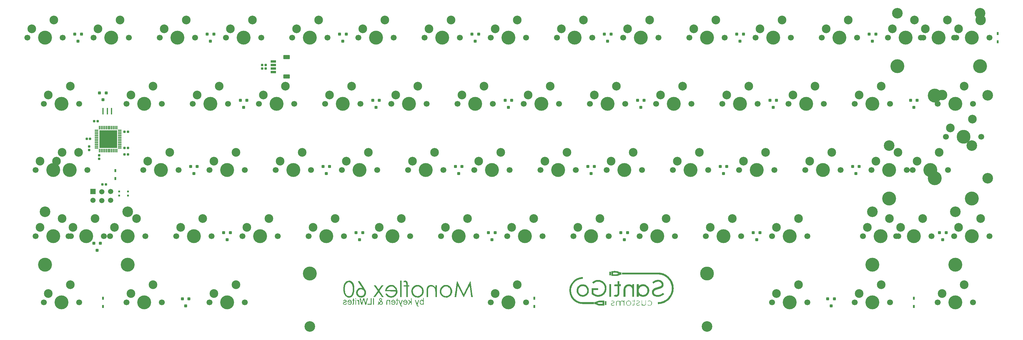
<source format=gbr>
%TF.GenerationSoftware,KiCad,Pcbnew,(5.99.0-10161-g3a96736b1f)*%
%TF.CreationDate,2021-04-25T14:13:02+03:00*%
%TF.ProjectId,Monoflex60,4d6f6e6f-666c-4657-9836-302e6b696361,rev?*%
%TF.SameCoordinates,Original*%
%TF.FileFunction,Soldermask,Bot*%
%TF.FilePolarity,Negative*%
%FSLAX46Y46*%
G04 Gerber Fmt 4.6, Leading zero omitted, Abs format (unit mm)*
G04 Created by KiCad (PCBNEW (5.99.0-10161-g3a96736b1f)) date 2021-04-25 14:13:02*
%MOMM*%
%LPD*%
G01*
G04 APERTURE LIST*
G04 Aperture macros list*
%AMRoundRect*
0 Rectangle with rounded corners*
0 $1 Rounding radius*
0 $2 $3 $4 $5 $6 $7 $8 $9 X,Y pos of 4 corners*
0 Add a 4 corners polygon primitive as box body*
4,1,4,$2,$3,$4,$5,$6,$7,$8,$9,$2,$3,0*
0 Add four circle primitives for the rounded corners*
1,1,$1+$1,$2,$3*
1,1,$1+$1,$4,$5*
1,1,$1+$1,$6,$7*
1,1,$1+$1,$8,$9*
0 Add four rect primitives between the rounded corners*
20,1,$1+$1,$2,$3,$4,$5,0*
20,1,$1+$1,$4,$5,$6,$7,0*
20,1,$1+$1,$6,$7,$8,$9,0*
20,1,$1+$1,$8,$9,$2,$3,0*%
G04 Aperture macros list end*
%ADD10C,1.700000*%
%ADD11C,4.000000*%
%ADD12C,2.500000*%
%ADD13C,3.000000*%
%ADD14C,3.050000*%
%ADD15C,3.987800*%
%ADD16RoundRect,0.104000X-0.296000X0.346000X-0.296000X-0.346000X0.296000X-0.346000X0.296000X0.346000X0*%
%ADD17R,0.600000X0.850000*%
%ADD18RoundRect,0.090000X-0.210000X-0.210000X0.210000X-0.210000X0.210000X0.210000X-0.210000X0.210000X0*%
%ADD19RoundRect,0.091000X-0.684000X0.259000X-0.684000X-0.259000X0.684000X-0.259000X0.684000X0.259000X0*%
%ADD20RoundRect,0.144000X-0.756000X0.456000X-0.756000X-0.456000X0.756000X-0.456000X0.756000X0.456000X0*%
%ADD21R,1.075000X0.300000*%
%ADD22R,0.300000X1.075000*%
%ADD23R,5.200000X5.200000*%
%ADD24R,0.400000X1.900000*%
%ADD25RoundRect,0.090000X0.210000X0.210000X-0.210000X0.210000X-0.210000X-0.210000X0.210000X-0.210000X0*%
%ADD26RoundRect,0.090000X0.210000X-0.210000X0.210000X0.210000X-0.210000X0.210000X-0.210000X-0.210000X0*%
%ADD27R,1.500000X1.500000*%
%ADD28C,1.500000*%
%ADD29R,0.550000X0.570000*%
G04 APERTURE END LIST*
%TO.C,G\u002A\u002A\u002A*%
G36*
X159081146Y-168920956D02*
G01*
X157883949Y-168920956D01*
X157883949Y-168694459D01*
X158822293Y-168694459D01*
X158822293Y-167076625D01*
X159081146Y-167076625D01*
X159081146Y-168920956D01*
G37*
G36*
X154076430Y-165125031D02*
G01*
X154023908Y-165467933D01*
X153948225Y-165766179D01*
X153894528Y-165911187D01*
X153785840Y-166136979D01*
X153657752Y-166343682D01*
X153523229Y-166508648D01*
X153437051Y-166586880D01*
X153237560Y-166721379D01*
X153014712Y-166824454D01*
X152794460Y-166882779D01*
X152710887Y-166893093D01*
X152408548Y-166892059D01*
X152124129Y-166830577D01*
X151862001Y-166711069D01*
X151626532Y-166535956D01*
X151422093Y-166307661D01*
X151253054Y-166028605D01*
X151178725Y-165867529D01*
X151103523Y-165666792D01*
X151047852Y-165458690D01*
X151008785Y-165229005D01*
X150983392Y-164963518D01*
X150968747Y-164648011D01*
X150967116Y-164578301D01*
X151394013Y-164578301D01*
X151403020Y-164848893D01*
X151423159Y-165094274D01*
X151454590Y-165297007D01*
X151472243Y-165374453D01*
X151561202Y-165659771D01*
X151678275Y-165911582D01*
X151818590Y-166122229D01*
X151977278Y-166284054D01*
X152149469Y-166389401D01*
X152153815Y-166391215D01*
X152365635Y-166452423D01*
X152589837Y-166471465D01*
X152805809Y-166448483D01*
X152992942Y-166383617D01*
X153069089Y-166336082D01*
X153207382Y-166214499D01*
X153334195Y-166062596D01*
X153430987Y-165900806D01*
X153515103Y-165686524D01*
X153594572Y-165381030D01*
X153647456Y-165042125D01*
X153673848Y-164683051D01*
X153673835Y-164317050D01*
X153647510Y-163957364D01*
X153594961Y-163617233D01*
X153516279Y-163309901D01*
X153411555Y-163048608D01*
X153347549Y-162934061D01*
X153190636Y-162733232D01*
X153004955Y-162590231D01*
X152789957Y-162504696D01*
X152545095Y-162476265D01*
X152507242Y-162476907D01*
X152265703Y-162515063D01*
X152051022Y-162611783D01*
X151863677Y-162766579D01*
X151704144Y-162978963D01*
X151572901Y-163248446D01*
X151470426Y-163574540D01*
X151466096Y-163592609D01*
X151432179Y-163789654D01*
X151408753Y-164031243D01*
X151395977Y-164299939D01*
X151394013Y-164578301D01*
X150967116Y-164578301D01*
X150965097Y-164492023D01*
X150965924Y-164179535D01*
X150980580Y-163909642D01*
X151010633Y-163667742D01*
X151057650Y-163439233D01*
X151123201Y-163209512D01*
X151182078Y-163045128D01*
X151331687Y-162741305D01*
X151516764Y-162489588D01*
X151735707Y-162291276D01*
X151986908Y-162147669D01*
X152268764Y-162060068D01*
X152579669Y-162029772D01*
X152816561Y-162047434D01*
X153089787Y-162121613D01*
X153333902Y-162252310D01*
X153547276Y-162438041D01*
X153728283Y-162677324D01*
X153875294Y-162968679D01*
X153986680Y-163310622D01*
X154049938Y-163624186D01*
X154092545Y-163987051D01*
X154110997Y-164368725D01*
X154106539Y-164683051D01*
X154105543Y-164753340D01*
X154076430Y-165125031D01*
G37*
G36*
X155008807Y-167572439D02*
G01*
X155103950Y-167627250D01*
X155181107Y-167696044D01*
X155263057Y-167793437D01*
X155263057Y-167677706D01*
X155263091Y-167664308D01*
X155269633Y-167594351D01*
X155300960Y-167566792D01*
X155376306Y-167561975D01*
X155489554Y-167561975D01*
X155489554Y-168920956D01*
X155263057Y-168920956D01*
X155262877Y-168540765D01*
X155260782Y-168402944D01*
X155253711Y-168248381D01*
X155242839Y-168121459D01*
X155229406Y-168040708D01*
X155224983Y-168025944D01*
X155156043Y-167901431D01*
X155049468Y-167818566D01*
X154918948Y-167788472D01*
X154916702Y-167788471D01*
X154844450Y-167782683D01*
X154815408Y-167752221D01*
X154810064Y-167677133D01*
X154810190Y-167667293D01*
X154820737Y-167588720D01*
X154843053Y-167545406D01*
X154848940Y-167542364D01*
X154916773Y-167541011D01*
X155008807Y-167572439D01*
G37*
G36*
X155742104Y-167077586D02*
G01*
X155783018Y-167082706D01*
X155920723Y-167092803D01*
X156083558Y-167796561D01*
X156107146Y-167897631D01*
X156153424Y-168090731D01*
X156194763Y-168256500D01*
X156228843Y-168385988D01*
X156253346Y-168470244D01*
X156265950Y-168500319D01*
X156271139Y-168492236D01*
X156292626Y-168433733D01*
X156326928Y-168326102D01*
X156371366Y-168178157D01*
X156423262Y-167998706D01*
X156479936Y-167796561D01*
X156674365Y-167092803D01*
X156818074Y-167083309D01*
X156961783Y-167073816D01*
X157152301Y-167768117D01*
X157177907Y-167861048D01*
X157232445Y-168056356D01*
X157281086Y-168227058D01*
X157321079Y-168363690D01*
X157349672Y-168456784D01*
X157364115Y-168496878D01*
X157367621Y-168496360D01*
X157385431Y-168454781D01*
X157413897Y-168361853D01*
X157450657Y-168226138D01*
X157493349Y-168056201D01*
X157539611Y-167860605D01*
X157554257Y-167796965D01*
X157599928Y-167599354D01*
X157640750Y-167423961D01*
X157674328Y-167281001D01*
X157698266Y-167180691D01*
X157710168Y-167133249D01*
X157716327Y-167118208D01*
X157760952Y-167086085D01*
X157853773Y-167076625D01*
X157880696Y-167077174D01*
X157952579Y-167085577D01*
X157981802Y-167100892D01*
X157981504Y-167103511D01*
X157970740Y-167151718D01*
X157946029Y-167252755D01*
X157909419Y-167398516D01*
X157862961Y-167580891D01*
X157808703Y-167791775D01*
X157748696Y-168023058D01*
X157514807Y-168920956D01*
X157247884Y-168920956D01*
X157040826Y-168177665D01*
X157000147Y-168033564D01*
X156944449Y-167842755D01*
X156895196Y-167681550D01*
X156854996Y-167558166D01*
X156826458Y-167480820D01*
X156812194Y-167457728D01*
X156809038Y-167463565D01*
X156789337Y-167519175D01*
X156756474Y-167624565D01*
X156713284Y-167770233D01*
X156662604Y-167946677D01*
X156607268Y-168144395D01*
X156589961Y-168206992D01*
X156535813Y-168402680D01*
X156487626Y-168576577D01*
X156448218Y-168718538D01*
X156420404Y-168818414D01*
X156407000Y-168866059D01*
X156392199Y-168894881D01*
X156346362Y-168914980D01*
X156255520Y-168914594D01*
X156120955Y-168904777D01*
X155903423Y-168079682D01*
X155829669Y-167801088D01*
X155770389Y-167577470D01*
X155725253Y-167404209D01*
X155693508Y-167275067D01*
X155674403Y-167183812D01*
X155667184Y-167124206D01*
X155671097Y-167090016D01*
X155685390Y-167075006D01*
X155709310Y-167072941D01*
X155742104Y-167077586D01*
G37*
G36*
X165935558Y-168256387D02*
G01*
X165916758Y-168476344D01*
X165852881Y-168663177D01*
X165747109Y-168809899D01*
X165602623Y-168909522D01*
X165571303Y-168921020D01*
X165447282Y-168942197D01*
X165286576Y-168944680D01*
X165168491Y-168934099D01*
X165028382Y-168894892D01*
X164917499Y-168818571D01*
X164816369Y-168694788D01*
X164766950Y-168614186D01*
X164746652Y-168546233D01*
X164775419Y-168510624D01*
X164854635Y-168500319D01*
X164873051Y-168500631D01*
X164950195Y-168517007D01*
X164985974Y-168564188D01*
X165041994Y-168650238D01*
X165143352Y-168717565D01*
X165269809Y-168756437D01*
X165402340Y-168761114D01*
X165521920Y-168725856D01*
X165537336Y-168716310D01*
X165608957Y-168636994D01*
X165661498Y-168524450D01*
X165681911Y-168404856D01*
X165681911Y-168306179D01*
X164711210Y-168306179D01*
X164711210Y-168207258D01*
X164714079Y-168144395D01*
X164936474Y-168144395D01*
X165309192Y-168144395D01*
X165415588Y-168144209D01*
X165540726Y-168142252D01*
X165618954Y-168136508D01*
X165661245Y-168124979D01*
X165678573Y-168105671D01*
X165681911Y-168076585D01*
X165681248Y-168062211D01*
X165648898Y-167958180D01*
X165581063Y-167855936D01*
X165496022Y-167784229D01*
X165420360Y-167758165D01*
X165298672Y-167748813D01*
X165179898Y-167766992D01*
X165092678Y-167810815D01*
X165054768Y-167848301D01*
X164996719Y-167935218D01*
X164957745Y-168055414D01*
X164936474Y-168144395D01*
X164714079Y-168144395D01*
X164715158Y-168120739D01*
X164760239Y-167920220D01*
X164852232Y-167756354D01*
X164986886Y-167635245D01*
X165159948Y-167562996D01*
X165335054Y-167542525D01*
X165518785Y-167573413D01*
X165676450Y-167658143D01*
X165801947Y-167791789D01*
X165889173Y-167969426D01*
X165910363Y-168076585D01*
X165932024Y-168186129D01*
X165935558Y-168256387D01*
G37*
G36*
X169056359Y-162071650D02*
G01*
X169203125Y-162150190D01*
X169267156Y-162206295D01*
X169342751Y-162294411D01*
X169396291Y-162397275D01*
X169432054Y-162527329D01*
X169454318Y-162697020D01*
X169467362Y-162918790D01*
X169483822Y-163339427D01*
X169702229Y-163348995D01*
X169920637Y-163358562D01*
X169920637Y-163708572D01*
X169702229Y-163718140D01*
X169483822Y-163727707D01*
X169475416Y-165256561D01*
X169467010Y-166785414D01*
X169047640Y-166785414D01*
X169039234Y-165256561D01*
X169030828Y-163727707D01*
X168666815Y-163718558D01*
X168302802Y-163709410D01*
X168302802Y-163357725D01*
X169030828Y-163339427D01*
X169040761Y-163165144D01*
X169040985Y-163013876D01*
X169027100Y-162853662D01*
X169002009Y-162704429D01*
X168968732Y-162584075D01*
X168930290Y-162510500D01*
X168909027Y-162492841D01*
X168816869Y-162459773D01*
X168689439Y-162449068D01*
X168545531Y-162461219D01*
X168403941Y-162496718D01*
X168270446Y-162543818D01*
X168270446Y-162104075D01*
X168494670Y-162061767D01*
X168633147Y-162040941D01*
X168864718Y-162035028D01*
X169056359Y-162071650D01*
G37*
G36*
X160653523Y-163956769D02*
G01*
X160715735Y-164046543D01*
X160830584Y-164211393D01*
X160930518Y-164353687D01*
X161010095Y-164465739D01*
X161063874Y-164539858D01*
X161086411Y-164568355D01*
X161094766Y-164561947D01*
X161135163Y-164512821D01*
X161203644Y-164421629D01*
X161294857Y-164295699D01*
X161403451Y-164142361D01*
X161524076Y-163968941D01*
X161944713Y-163359105D01*
X162213566Y-163357355D01*
X162306972Y-163357682D01*
X162406313Y-163362864D01*
X162454083Y-163374822D01*
X162458213Y-163394769D01*
X162456608Y-163397269D01*
X162426680Y-163441284D01*
X162365445Y-163530028D01*
X162277843Y-163656383D01*
X162168815Y-163813232D01*
X162043301Y-163993460D01*
X161906240Y-164189949D01*
X161880312Y-164227124D01*
X161746487Y-164420104D01*
X161626492Y-164594949D01*
X161525009Y-164744702D01*
X161446721Y-164862407D01*
X161396314Y-164941107D01*
X161378471Y-164973845D01*
X161378669Y-164974908D01*
X161399978Y-165012877D01*
X161453135Y-165096090D01*
X161533418Y-165217472D01*
X161636105Y-165369946D01*
X161756472Y-165546439D01*
X161889798Y-165739875D01*
X162026480Y-165937262D01*
X162159904Y-166130086D01*
X162280744Y-166304863D01*
X162382931Y-166452809D01*
X162460392Y-166565139D01*
X162507057Y-166633069D01*
X162612990Y-166788112D01*
X162077760Y-166769236D01*
X161592196Y-166066905D01*
X161548866Y-166004404D01*
X161389674Y-165778481D01*
X161261687Y-165603435D01*
X161165678Y-165480265D01*
X161102417Y-165409972D01*
X161072679Y-165393558D01*
X161052336Y-165418405D01*
X160998791Y-165490988D01*
X160918429Y-165603200D01*
X160816561Y-165747552D01*
X160698499Y-165916558D01*
X160569554Y-166102731D01*
X160100382Y-166782920D01*
X159559054Y-166785414D01*
X159606941Y-166712612D01*
X159616633Y-166698251D01*
X159662289Y-166632003D01*
X159737870Y-166523133D01*
X159838455Y-166378703D01*
X159959122Y-166205776D01*
X160094949Y-166011416D01*
X160241015Y-165802684D01*
X160827203Y-164965559D01*
X160767850Y-164880519D01*
X160621596Y-164670891D01*
X160399357Y-164351984D01*
X160211863Y-164082384D01*
X160057536Y-163859805D01*
X159934802Y-163681960D01*
X159842086Y-163546564D01*
X159777810Y-163451330D01*
X159740400Y-163393972D01*
X159728280Y-163372205D01*
X159730422Y-163370055D01*
X159774496Y-163362698D01*
X159863825Y-163357546D01*
X159982972Y-163355605D01*
X160237664Y-163355605D01*
X160653523Y-163956769D01*
G37*
G36*
X182238661Y-165455338D02*
G01*
X182148673Y-165756882D01*
X182003190Y-166042941D01*
X181801240Y-166306356D01*
X181607459Y-166492616D01*
X181337320Y-166682103D01*
X181045340Y-166811891D01*
X180728490Y-166883608D01*
X180579532Y-166896383D01*
X180249337Y-166880595D01*
X179923652Y-166807709D01*
X179619212Y-166680784D01*
X179463536Y-166577709D01*
X179295025Y-166431141D01*
X179132067Y-166259303D01*
X178990787Y-166079222D01*
X178887309Y-165907923D01*
X178869301Y-165870229D01*
X178754716Y-165550912D01*
X178700998Y-165225057D01*
X178704340Y-165015261D01*
X179152505Y-165015261D01*
X179163624Y-165294340D01*
X179231295Y-165567066D01*
X179355656Y-165825323D01*
X179536845Y-166060995D01*
X179631743Y-166153223D01*
X179857987Y-166315072D01*
X180112994Y-166422321D01*
X180189009Y-166442155D01*
X180442068Y-166472288D01*
X180702510Y-166455733D01*
X180950773Y-166394904D01*
X181167297Y-166292215D01*
X181186204Y-166280038D01*
X181408181Y-166098450D01*
X181582370Y-165881402D01*
X181707907Y-165637416D01*
X181783928Y-165375013D01*
X181809568Y-165102715D01*
X181783965Y-164829044D01*
X181706254Y-164562521D01*
X181575572Y-164311669D01*
X181391053Y-164085008D01*
X181305637Y-164006341D01*
X181072328Y-163847498D01*
X180820424Y-163745713D01*
X180558166Y-163700958D01*
X180293798Y-163713202D01*
X180035565Y-163782415D01*
X179791708Y-163908567D01*
X179570471Y-164091629D01*
X179457070Y-164221063D01*
X179299367Y-164470506D01*
X179197799Y-164737944D01*
X179152505Y-165015261D01*
X178704340Y-165015261D01*
X178706180Y-164899758D01*
X178768296Y-164582109D01*
X178885378Y-164279202D01*
X179055459Y-163998132D01*
X179276573Y-163745991D01*
X179546751Y-163529874D01*
X179670298Y-163453348D01*
X179843747Y-163370260D01*
X180025149Y-163316947D01*
X180232825Y-163288536D01*
X180485095Y-163280148D01*
X180663398Y-163283955D01*
X180883175Y-163305518D01*
X181070894Y-163350441D01*
X181244875Y-163423601D01*
X181423439Y-163529874D01*
X181667761Y-163721784D01*
X181890282Y-163965903D01*
X182063154Y-164237489D01*
X182185402Y-164529385D01*
X182256052Y-164834431D01*
X182271645Y-165102715D01*
X182274129Y-165145468D01*
X182238661Y-165455338D01*
G37*
G36*
X157446465Y-165771025D02*
G01*
X157359299Y-166050117D01*
X157214105Y-166307528D01*
X157011598Y-166538411D01*
X156852577Y-166665954D01*
X156601256Y-166800993D01*
X156329447Y-166877641D01*
X156158029Y-166896232D01*
X155850968Y-166881312D01*
X155557444Y-166804763D01*
X155283591Y-166668495D01*
X155035543Y-166474421D01*
X154854201Y-166265150D01*
X154716638Y-166015824D01*
X154638654Y-165743552D01*
X154627435Y-165556879D01*
X155089246Y-165556879D01*
X155133925Y-165778916D01*
X155229279Y-165986039D01*
X155374003Y-166168308D01*
X155566794Y-166315784D01*
X155611356Y-166339442D01*
X155799942Y-166403556D01*
X156015293Y-166432238D01*
X156233758Y-166421731D01*
X156276331Y-166414130D01*
X156481627Y-166340810D01*
X156668226Y-166216647D01*
X156824752Y-166053024D01*
X156939828Y-165861324D01*
X157002080Y-165652930D01*
X157005888Y-165625582D01*
X157010527Y-165368007D01*
X156959681Y-165132624D01*
X156858568Y-164925740D01*
X156712406Y-164753659D01*
X156526411Y-164622687D01*
X156305802Y-164539131D01*
X156055796Y-164509295D01*
X156006718Y-164510067D01*
X155765078Y-164546423D01*
X155553561Y-164638732D01*
X155366567Y-164789269D01*
X155272291Y-164900670D01*
X155157125Y-165107816D01*
X155096545Y-165329866D01*
X155089246Y-165556879D01*
X154627435Y-165556879D01*
X154621093Y-165451364D01*
X154664799Y-165142294D01*
X154691057Y-165041176D01*
X154758956Y-164856248D01*
X154854369Y-164692633D01*
X154991508Y-164523407D01*
X155104954Y-164407648D01*
X155309734Y-164250568D01*
X155533697Y-164143585D01*
X155646211Y-164117448D01*
X155803873Y-164101425D01*
X155976203Y-164097912D01*
X156137977Y-164107369D01*
X156263972Y-164130255D01*
X156279306Y-164134702D01*
X156351018Y-164151511D01*
X156385742Y-164152751D01*
X156380526Y-164140775D01*
X156345522Y-164081789D01*
X156281322Y-163979392D01*
X156192045Y-163839998D01*
X156081811Y-163670021D01*
X155954738Y-163475873D01*
X155814946Y-163263970D01*
X155731502Y-163137833D01*
X155595027Y-162930993D01*
X155471719Y-162743442D01*
X155366106Y-162582104D01*
X155282714Y-162453903D01*
X155226072Y-162365761D01*
X155200705Y-162324603D01*
X155190208Y-162294054D01*
X155202637Y-162257009D01*
X155252305Y-162210625D01*
X155348608Y-162143386D01*
X155443096Y-162086687D01*
X155517258Y-162053288D01*
X155554962Y-162050468D01*
X155573607Y-162073177D01*
X155630180Y-162150912D01*
X155714431Y-162272240D01*
X155821866Y-162430294D01*
X155947990Y-162618206D01*
X156088310Y-162829108D01*
X156238331Y-163056134D01*
X156393558Y-163292415D01*
X156549498Y-163531083D01*
X156701655Y-163765272D01*
X156845536Y-163988114D01*
X156976647Y-164192741D01*
X157090492Y-164372285D01*
X157182578Y-164519880D01*
X157248410Y-164628657D01*
X157283495Y-164691749D01*
X157352667Y-164852098D01*
X157443862Y-165167170D01*
X157464101Y-165368007D01*
X157474891Y-165475094D01*
X157446465Y-165771025D01*
G37*
G36*
X153968790Y-167561975D02*
G01*
X154065860Y-167561975D01*
X154117093Y-167564949D01*
X154154912Y-167590290D01*
X154162930Y-167659045D01*
X154159956Y-167710278D01*
X154134614Y-167748097D01*
X154065860Y-167756115D01*
X153968790Y-167756115D01*
X153968790Y-168266622D01*
X153968249Y-168396683D01*
X153963668Y-168584883D01*
X153952562Y-168721880D01*
X153932718Y-168816307D01*
X153901924Y-168876800D01*
X153857966Y-168911991D01*
X153798632Y-168930515D01*
X153698787Y-168945094D01*
X153608925Y-168938349D01*
X153561802Y-168897537D01*
X153548153Y-168818514D01*
X153548159Y-168816532D01*
X153557477Y-168755605D01*
X153579841Y-168742581D01*
X153612813Y-168747216D01*
X153676911Y-168727173D01*
X153680152Y-168725406D01*
X153704858Y-168706856D01*
X153721994Y-168676386D01*
X153732933Y-168623438D01*
X153739048Y-168537454D01*
X153741710Y-168407877D01*
X153742293Y-168224148D01*
X153742293Y-167756115D01*
X153645223Y-167756115D01*
X153593990Y-167753141D01*
X153556170Y-167727800D01*
X153548153Y-167659045D01*
X153551031Y-167608515D01*
X153575958Y-167570179D01*
X153643608Y-167561975D01*
X153648322Y-167561971D01*
X153700195Y-167558018D01*
X153728368Y-167536060D01*
X153741628Y-167480546D01*
X153748767Y-167375924D01*
X153749501Y-167361946D01*
X153756889Y-167263095D01*
X153771966Y-167210720D01*
X153804342Y-167188405D01*
X153863630Y-167179734D01*
X153968790Y-167169594D01*
X153968790Y-167561975D01*
G37*
G36*
X163938144Y-167565156D02*
G01*
X164093200Y-167636887D01*
X164225860Y-167724676D01*
X164225860Y-167643326D01*
X164231198Y-167595187D01*
X164262545Y-167567995D01*
X164339108Y-167561975D01*
X164452357Y-167561975D01*
X164452357Y-168920956D01*
X164225860Y-168920956D01*
X164225860Y-168499280D01*
X164225035Y-168400914D01*
X164213626Y-168177201D01*
X164186312Y-168008470D01*
X164139924Y-167888382D01*
X164071296Y-167810601D01*
X163977260Y-167768790D01*
X163854647Y-167756610D01*
X163840015Y-167756744D01*
X163751063Y-167763831D01*
X163684772Y-167787404D01*
X163637871Y-167835490D01*
X163607087Y-167916114D01*
X163589150Y-168037303D01*
X163580787Y-168207082D01*
X163578726Y-168433478D01*
X163578726Y-168920956D01*
X163352229Y-168920956D01*
X163352706Y-168378981D01*
X163355019Y-168150576D01*
X163362465Y-167959014D01*
X163375143Y-167829073D01*
X163393152Y-167759234D01*
X163397141Y-167751691D01*
X163492307Y-167638968D01*
X163623597Y-167568661D01*
X163776910Y-167543236D01*
X163938144Y-167565156D01*
G37*
G36*
X167236975Y-168095860D02*
G01*
X167284534Y-168241730D01*
X167336868Y-168396573D01*
X167380518Y-168519485D01*
X167411937Y-168600523D01*
X167427573Y-168629746D01*
X167439266Y-168609445D01*
X167468035Y-168536498D01*
X167509518Y-168419947D01*
X167560190Y-168269749D01*
X167616528Y-168095860D01*
X167786268Y-167561975D01*
X167915109Y-167561975D01*
X167943485Y-167562262D01*
X168015216Y-167566317D01*
X168043949Y-167573639D01*
X168041603Y-167581750D01*
X168021882Y-167639571D01*
X167984708Y-167745268D01*
X167933217Y-167890001D01*
X167870547Y-168064931D01*
X167799839Y-168261219D01*
X167771217Y-168340595D01*
X167698233Y-168545328D01*
X167644804Y-168701111D01*
X167608595Y-168816728D01*
X167587269Y-168900962D01*
X167578492Y-168962597D01*
X167579928Y-169010417D01*
X167589241Y-169053204D01*
X167594062Y-169069008D01*
X167653715Y-169188495D01*
X167735805Y-169257537D01*
X167832497Y-169269177D01*
X167884422Y-169264481D01*
X167909445Y-169289451D01*
X167914522Y-169362258D01*
X167914505Y-169370880D01*
X167908030Y-169438940D01*
X167876312Y-169466106D01*
X167799667Y-169471019D01*
X167795779Y-169471014D01*
X167719201Y-169467473D01*
X167652834Y-169453521D01*
X167593203Y-169423515D01*
X167536836Y-169371813D01*
X167480258Y-169292772D01*
X167419998Y-169180750D01*
X167352580Y-169030105D01*
X167274532Y-168835193D01*
X167182381Y-168590372D01*
X167072652Y-168290000D01*
X167049452Y-168226031D01*
X166980903Y-168037113D01*
X166920474Y-167870712D01*
X166871647Y-167736409D01*
X166837904Y-167643785D01*
X166822729Y-167602421D01*
X166820891Y-167592482D01*
X166849623Y-167569306D01*
X166936531Y-167561975D01*
X167065591Y-167561975D01*
X167236975Y-168095860D01*
G37*
G36*
X159760637Y-168920956D02*
G01*
X159501783Y-168920956D01*
X159501783Y-167076625D01*
X159760637Y-167076625D01*
X159760637Y-168920956D01*
G37*
G36*
X154536092Y-167076914D02*
G01*
X154591326Y-167086357D01*
X154612495Y-167123184D01*
X154615923Y-167206051D01*
X154615670Y-167244242D01*
X154607407Y-167307367D01*
X154575184Y-167331560D01*
X154502675Y-167335478D01*
X154469258Y-167335189D01*
X154414024Y-167325745D01*
X154392855Y-167288919D01*
X154389427Y-167206051D01*
X154389680Y-167167860D01*
X154397943Y-167104736D01*
X154430166Y-167080543D01*
X154502675Y-167076625D01*
X154536092Y-167076914D01*
G37*
G36*
X173997580Y-168920956D02*
G01*
X173953065Y-168918790D01*
X173910331Y-168896764D01*
X173900509Y-168836712D01*
X173900509Y-168752468D01*
X173786135Y-168852890D01*
X173707184Y-168913167D01*
X173623139Y-168945335D01*
X173509496Y-168953312D01*
X173347546Y-168935546D01*
X173200868Y-168869948D01*
X173081555Y-168751117D01*
X173042212Y-168693644D01*
X172976241Y-168556073D01*
X172940536Y-168395735D01*
X172932739Y-168248515D01*
X173157016Y-168248515D01*
X173157056Y-168253772D01*
X173175055Y-168412763D01*
X173220764Y-168555285D01*
X173287169Y-168665372D01*
X173367256Y-168727056D01*
X173427320Y-168745662D01*
X173572406Y-168752827D01*
X173697080Y-168705454D01*
X173796078Y-168609919D01*
X173864134Y-168472603D01*
X173895985Y-168299883D01*
X173886364Y-168098137D01*
X173840375Y-167943391D01*
X173751749Y-167826589D01*
X173624789Y-167760054D01*
X173595714Y-167752941D01*
X173448639Y-167748859D01*
X173326895Y-167800904D01*
X173234818Y-167904547D01*
X173176747Y-168055260D01*
X173157016Y-168248515D01*
X172932739Y-168248515D01*
X172929809Y-168193191D01*
X172929811Y-168189844D01*
X172936452Y-168038742D01*
X172959513Y-167924208D01*
X173004318Y-167819535D01*
X173028150Y-167779114D01*
X173143413Y-167653917D01*
X173289282Y-167571738D01*
X173451090Y-167536400D01*
X173614170Y-167551726D01*
X173763854Y-167621541D01*
X173779119Y-167632249D01*
X173844700Y-167674346D01*
X173881237Y-167691402D01*
X173886837Y-167677387D01*
X173893889Y-167611411D01*
X173898718Y-167503661D01*
X173900509Y-167367835D01*
X173900509Y-167044268D01*
X174094650Y-167044268D01*
X174094650Y-168920956D01*
X173997580Y-168920956D01*
G37*
G36*
X176456405Y-163295715D02*
G01*
X176723420Y-163386543D01*
X176979829Y-163532387D01*
X177218525Y-163732757D01*
X177427388Y-163941621D01*
X177427388Y-163355605D01*
X177880382Y-163355605D01*
X177880382Y-166785414D01*
X177427388Y-166785414D01*
X177426747Y-165887516D01*
X177425533Y-165652320D01*
X177422184Y-165412426D01*
X177417034Y-165192331D01*
X177410409Y-165003263D01*
X177402636Y-164856450D01*
X177394041Y-164763121D01*
X177378938Y-164676236D01*
X177297724Y-164414358D01*
X177170832Y-164181483D01*
X177005136Y-163991253D01*
X176851963Y-163866823D01*
X176678680Y-163766689D01*
X176493653Y-163708868D01*
X176275774Y-163684482D01*
X176116708Y-163685721D01*
X175899081Y-163724404D01*
X175718265Y-163810427D01*
X175567227Y-163946388D01*
X175513717Y-164010593D01*
X175468796Y-164071999D01*
X175432452Y-164136330D01*
X175403694Y-164210453D01*
X175381533Y-164301231D01*
X175364980Y-164415530D01*
X175353044Y-164560216D01*
X175344735Y-164742154D01*
X175339064Y-164968208D01*
X175335041Y-165245244D01*
X175331675Y-165580128D01*
X175320593Y-166785414D01*
X174871210Y-166785414D01*
X174871439Y-165741911D01*
X174872027Y-165512338D01*
X174876235Y-165150395D01*
X174885553Y-164843227D01*
X174901224Y-164584522D01*
X174924491Y-164367963D01*
X174956599Y-164187237D01*
X174998791Y-164036028D01*
X175052311Y-163908022D01*
X175118402Y-163796905D01*
X175198309Y-163696361D01*
X175293274Y-163600077D01*
X175424442Y-163492359D01*
X175662803Y-163358225D01*
X175918989Y-163281066D01*
X176185892Y-163260393D01*
X176456405Y-163295715D01*
G37*
G36*
X151482843Y-167538490D02*
G01*
X151661230Y-167592499D01*
X151787661Y-167678216D01*
X151870018Y-167805180D01*
X151897962Y-167966297D01*
X151897810Y-167976970D01*
X151873929Y-168083909D01*
X151804817Y-168170693D01*
X151684010Y-168242913D01*
X151505042Y-168306162D01*
X151326294Y-168360345D01*
X151196107Y-168407289D01*
X151113215Y-168449160D01*
X151069460Y-168490106D01*
X151056688Y-168534279D01*
X151066543Y-168601089D01*
X151124846Y-168694111D01*
X151225923Y-168754989D01*
X151358707Y-168778273D01*
X151512129Y-168758513D01*
X151568607Y-168740420D01*
X151642308Y-168693071D01*
X151690525Y-168611661D01*
X151715902Y-168558873D01*
X151762218Y-168511996D01*
X151833683Y-168500319D01*
X151868289Y-168501607D01*
X151917863Y-168520553D01*
X151930197Y-168573121D01*
X151924187Y-168617640D01*
X151880822Y-168723070D01*
X151810211Y-168823980D01*
X151729821Y-168892525D01*
X151728656Y-168893152D01*
X151642956Y-168928142D01*
X151542038Y-168955926D01*
X151492887Y-168963422D01*
X151336594Y-168965417D01*
X151177087Y-168942687D01*
X151047168Y-168899005D01*
X150964648Y-168838877D01*
X150883654Y-168726906D01*
X150838802Y-168594800D01*
X150835807Y-168461509D01*
X150880385Y-168345985D01*
X150898625Y-168321711D01*
X150951635Y-168270389D01*
X151025974Y-168227555D01*
X151135695Y-168186202D01*
X151294850Y-168139321D01*
X151344861Y-168125175D01*
X151499785Y-168073619D01*
X151600512Y-168023056D01*
X151655064Y-167968493D01*
X151671465Y-167904936D01*
X151651506Y-167825196D01*
X151580812Y-167766560D01*
X151454326Y-167734276D01*
X151448390Y-167733534D01*
X151302951Y-167737800D01*
X151187785Y-167784570D01*
X151115810Y-167868714D01*
X151107638Y-167885206D01*
X151057884Y-167936393D01*
X150972861Y-167950255D01*
X150965218Y-167950249D01*
X150898597Y-167945301D01*
X150880538Y-167917748D01*
X150896390Y-167848004D01*
X150923795Y-167778025D01*
X151016904Y-167657648D01*
X151148941Y-167574985D01*
X151308166Y-167533959D01*
X151482843Y-167538490D01*
G37*
G36*
X154615923Y-168920956D02*
G01*
X154389427Y-168920956D01*
X154389427Y-167561975D01*
X154615923Y-167561975D01*
X154615923Y-168920956D01*
G37*
G36*
X166555541Y-167561975D02*
G01*
X166652611Y-167561975D01*
X166703845Y-167564949D01*
X166741664Y-167590290D01*
X166749681Y-167659045D01*
X166746708Y-167710278D01*
X166721366Y-167748097D01*
X166652611Y-167756115D01*
X166555541Y-167756115D01*
X166555541Y-168266622D01*
X166555001Y-168396683D01*
X166550420Y-168584883D01*
X166539314Y-168721880D01*
X166519470Y-168816307D01*
X166488676Y-168876800D01*
X166444718Y-168911991D01*
X166385384Y-168930515D01*
X166285539Y-168945094D01*
X166195677Y-168938349D01*
X166148554Y-168897537D01*
X166134904Y-168818514D01*
X166134911Y-168816532D01*
X166144229Y-168755605D01*
X166166592Y-168742581D01*
X166199565Y-168747216D01*
X166263662Y-168727173D01*
X166266904Y-168725406D01*
X166291609Y-168706856D01*
X166308745Y-168676386D01*
X166319685Y-168623438D01*
X166325799Y-168537454D01*
X166328462Y-168407877D01*
X166329044Y-168224148D01*
X166329044Y-167756115D01*
X166231974Y-167756115D01*
X166180741Y-167753141D01*
X166142922Y-167727800D01*
X166134904Y-167659045D01*
X166137783Y-167608515D01*
X166162709Y-167570179D01*
X166230360Y-167561975D01*
X166235073Y-167561971D01*
X166286947Y-167558018D01*
X166315119Y-167536060D01*
X166328380Y-167480546D01*
X166335519Y-167375924D01*
X166336252Y-167361946D01*
X166343641Y-167263095D01*
X166358717Y-167210720D01*
X166391094Y-167188405D01*
X166450382Y-167179734D01*
X166555541Y-167169594D01*
X166555541Y-167561975D01*
G37*
G36*
X170632484Y-168920956D02*
G01*
X170405987Y-168920956D01*
X170405987Y-168668156D01*
X170405736Y-168604654D01*
X170401534Y-168496995D01*
X170388208Y-168427298D01*
X170360740Y-168376950D01*
X170314114Y-168327336D01*
X170222241Y-168239316D01*
X170014815Y-168579226D01*
X169807388Y-168919136D01*
X169669873Y-168920046D01*
X169633707Y-168919629D01*
X169561193Y-168913534D01*
X169532357Y-168902370D01*
X169536227Y-168893216D01*
X169567560Y-168838754D01*
X169625247Y-168744803D01*
X169703129Y-168621309D01*
X169795046Y-168478218D01*
X170057735Y-168072652D01*
X169803894Y-167817314D01*
X169550053Y-167561975D01*
X169694259Y-167561975D01*
X169745049Y-167563279D01*
X169798997Y-167572728D01*
X169852166Y-167597962D01*
X169916079Y-167646586D01*
X170002258Y-167726204D01*
X170122226Y-167844421D01*
X170405987Y-168126868D01*
X170405987Y-167076625D01*
X170632484Y-167076625D01*
X170632484Y-168920956D01*
G37*
G36*
X169397724Y-168256387D02*
G01*
X169378923Y-168476344D01*
X169315046Y-168663177D01*
X169209274Y-168809899D01*
X169064789Y-168909522D01*
X169033468Y-168921020D01*
X168909448Y-168942197D01*
X168748741Y-168944680D01*
X168630657Y-168934099D01*
X168490547Y-168894892D01*
X168379665Y-168818571D01*
X168278535Y-168694788D01*
X168229115Y-168614186D01*
X168208818Y-168546233D01*
X168237585Y-168510624D01*
X168316800Y-168500319D01*
X168335217Y-168500631D01*
X168412361Y-168517007D01*
X168448140Y-168564188D01*
X168504160Y-168650238D01*
X168605518Y-168717565D01*
X168731975Y-168756437D01*
X168864505Y-168761114D01*
X168984085Y-168725856D01*
X168999501Y-168716310D01*
X169071123Y-168636994D01*
X169123664Y-168524450D01*
X169144076Y-168404856D01*
X169144076Y-168306179D01*
X168173376Y-168306179D01*
X168173376Y-168207258D01*
X168176245Y-168144395D01*
X168398640Y-168144395D01*
X168771358Y-168144395D01*
X168877754Y-168144209D01*
X169002891Y-168142252D01*
X169081119Y-168136508D01*
X169123411Y-168124979D01*
X169140739Y-168105671D01*
X169144076Y-168076585D01*
X169143414Y-168062211D01*
X169111063Y-167958180D01*
X169043228Y-167855936D01*
X168958188Y-167784229D01*
X168882525Y-167758165D01*
X168760838Y-167748813D01*
X168642064Y-167766992D01*
X168554844Y-167810815D01*
X168516933Y-167848301D01*
X168458885Y-167935218D01*
X168419910Y-168055414D01*
X168398640Y-168144395D01*
X168176245Y-168144395D01*
X168177324Y-168120739D01*
X168222405Y-167920220D01*
X168314398Y-167756354D01*
X168449052Y-167635245D01*
X168622114Y-167562996D01*
X168797220Y-167542525D01*
X168980951Y-167573413D01*
X169138616Y-167658143D01*
X169264113Y-167791789D01*
X169351338Y-167969426D01*
X169372528Y-168076585D01*
X169394189Y-168186129D01*
X169397724Y-168256387D01*
G37*
G36*
X171961051Y-168095860D02*
G01*
X172008611Y-168241730D01*
X172060944Y-168396573D01*
X172104595Y-168519485D01*
X172136013Y-168600523D01*
X172151649Y-168629746D01*
X172163343Y-168609445D01*
X172192112Y-168536498D01*
X172233594Y-168419947D01*
X172284266Y-168269749D01*
X172340604Y-168095860D01*
X172510345Y-167561975D01*
X172639185Y-167561975D01*
X172667561Y-167562262D01*
X172739292Y-167566317D01*
X172768025Y-167573639D01*
X172765679Y-167581750D01*
X172745959Y-167639571D01*
X172708784Y-167745268D01*
X172657293Y-167890001D01*
X172594624Y-168064931D01*
X172523915Y-168261219D01*
X172495294Y-168340595D01*
X172422309Y-168545328D01*
X172368880Y-168701111D01*
X172332671Y-168816728D01*
X172311346Y-168900962D01*
X172302569Y-168962597D01*
X172304004Y-169010417D01*
X172313317Y-169053204D01*
X172318138Y-169069008D01*
X172377791Y-169188495D01*
X172459881Y-169257537D01*
X172556573Y-169269177D01*
X172608499Y-169264481D01*
X172633521Y-169289451D01*
X172638599Y-169362258D01*
X172638581Y-169370880D01*
X172632107Y-169438940D01*
X172600389Y-169466106D01*
X172523743Y-169471019D01*
X172519856Y-169471014D01*
X172443278Y-169467473D01*
X172376910Y-169453521D01*
X172317279Y-169423515D01*
X172260912Y-169371813D01*
X172204335Y-169292772D01*
X172144074Y-169180750D01*
X172076657Y-169030105D01*
X171998609Y-168835193D01*
X171906457Y-168590372D01*
X171796728Y-168290000D01*
X171773529Y-168226031D01*
X171704980Y-168037113D01*
X171644550Y-167870712D01*
X171595723Y-167736409D01*
X171561981Y-167643785D01*
X171546806Y-167602421D01*
X171544968Y-167592482D01*
X171573699Y-167569306D01*
X171660607Y-167561975D01*
X171789667Y-167561975D01*
X171961051Y-168095860D01*
G37*
G36*
X167720382Y-166785414D02*
G01*
X167267388Y-166785414D01*
X167267388Y-162028981D01*
X167720382Y-162028981D01*
X167720382Y-166785414D01*
G37*
G36*
X166491502Y-165386801D02*
G01*
X166410637Y-165703169D01*
X166273182Y-166005685D01*
X166078827Y-166286695D01*
X165883987Y-166485957D01*
X165620256Y-166673678D01*
X165326440Y-166805799D01*
X165008335Y-166879113D01*
X164937409Y-166887167D01*
X164588230Y-166890888D01*
X164256399Y-166834869D01*
X163947168Y-166721497D01*
X163665793Y-166553158D01*
X163417525Y-166332239D01*
X163207619Y-166061126D01*
X163204995Y-166057018D01*
X163147487Y-165963310D01*
X163109363Y-165894226D01*
X163098755Y-165864459D01*
X163119571Y-165851724D01*
X163183154Y-165818099D01*
X163269073Y-165774783D01*
X163357376Y-165731636D01*
X163428111Y-165698517D01*
X163461327Y-165685287D01*
X163471467Y-165694114D01*
X163507462Y-165744240D01*
X163556749Y-165823916D01*
X163658234Y-165963254D01*
X163795990Y-166108008D01*
X163947908Y-166237259D01*
X164091884Y-166330100D01*
X164306423Y-166418829D01*
X164584447Y-166478873D01*
X164862553Y-166482369D01*
X165131211Y-166430365D01*
X165380894Y-166323908D01*
X165602071Y-166164046D01*
X165723133Y-166041147D01*
X165887983Y-165808780D01*
X165994071Y-165551386D01*
X166043517Y-165264650D01*
X166054013Y-165119045D01*
X162960807Y-165102237D01*
X162982686Y-164900323D01*
X163007830Y-164746943D01*
X163474454Y-164746943D01*
X166012493Y-164746943D01*
X165991308Y-164657962D01*
X165937083Y-164497152D01*
X165827070Y-164291649D01*
X165683066Y-164099841D01*
X165518197Y-163938660D01*
X165345589Y-163825035D01*
X165320491Y-163813101D01*
X165069606Y-163727890D01*
X164810830Y-163695262D01*
X164552716Y-163711506D01*
X164303817Y-163772908D01*
X164072685Y-163875758D01*
X163867872Y-164016344D01*
X163697932Y-164190953D01*
X163571418Y-164395873D01*
X163496882Y-164627392D01*
X163474454Y-164746943D01*
X163007830Y-164746943D01*
X163022653Y-164656520D01*
X163125207Y-164328723D01*
X163276902Y-164038142D01*
X163474090Y-163788357D01*
X163713126Y-163582947D01*
X163990365Y-163425490D01*
X164302160Y-163319564D01*
X164644866Y-163268750D01*
X164815013Y-163265329D01*
X165138892Y-163302959D01*
X165439359Y-163400665D01*
X165718260Y-163559152D01*
X165977442Y-163779129D01*
X166057813Y-163865048D01*
X166255254Y-164135875D01*
X166397654Y-164431118D01*
X166484701Y-164743122D01*
X166485075Y-164746943D01*
X166516087Y-165064234D01*
X166491502Y-165386801D01*
G37*
G36*
X162274030Y-168689300D02*
G01*
X162198672Y-168797909D01*
X162074140Y-168893111D01*
X161973244Y-168936742D01*
X161809103Y-168958185D01*
X161632941Y-168937304D01*
X161463471Y-168876908D01*
X161319402Y-168779807D01*
X161244155Y-168710942D01*
X161156650Y-168818157D01*
X161149607Y-168826729D01*
X161087044Y-168890688D01*
X161023912Y-168915673D01*
X160928718Y-168915075D01*
X160788290Y-168904777D01*
X160939802Y-168721079D01*
X161064400Y-168570012D01*
X161378471Y-168570012D01*
X161380111Y-168575296D01*
X161414569Y-168613267D01*
X161479675Y-168665046D01*
X161501666Y-168679053D01*
X161611519Y-168725680D01*
X161731910Y-168751622D01*
X161832750Y-168755019D01*
X161908765Y-168734132D01*
X161986629Y-168678885D01*
X162047257Y-168620089D01*
X162081994Y-168550055D01*
X162090318Y-168448871D01*
X162089255Y-168403875D01*
X162075116Y-168326604D01*
X162034748Y-168258824D01*
X161955919Y-168175677D01*
X161895631Y-168120430D01*
X161831381Y-168070160D01*
X161796634Y-168054375D01*
X161788607Y-168059957D01*
X161745533Y-168104104D01*
X161679026Y-168180340D01*
X161600043Y-168275155D01*
X161519539Y-168375041D01*
X161448472Y-168466485D01*
X161397798Y-168535979D01*
X161378471Y-168570012D01*
X161064400Y-168570012D01*
X161091314Y-168537380D01*
X161024574Y-168321301D01*
X161023494Y-168317801D01*
X160990376Y-168206463D01*
X160966810Y-168119787D01*
X160957834Y-168076274D01*
X160958463Y-168073174D01*
X160994058Y-168054820D01*
X161067482Y-168047325D01*
X161138221Y-168052891D01*
X161177166Y-168083713D01*
X161198162Y-168159438D01*
X161200494Y-168171171D01*
X161222768Y-168247996D01*
X161246658Y-168288525D01*
X161249186Y-168289293D01*
X161286706Y-168268385D01*
X161350690Y-168209726D01*
X161428850Y-168124387D01*
X161583578Y-167943276D01*
X161465236Y-167841606D01*
X161438821Y-167817264D01*
X161342043Y-167695972D01*
X161274457Y-167559347D01*
X161249530Y-167434417D01*
X161476524Y-167434417D01*
X161491314Y-167542052D01*
X161559309Y-167656562D01*
X161599478Y-167700814D01*
X161668164Y-167747986D01*
X161729715Y-167737453D01*
X161797463Y-167669966D01*
X161859141Y-167567611D01*
X161884672Y-167454581D01*
X161862500Y-167359945D01*
X161795719Y-167294931D01*
X161687425Y-167270765D01*
X161590768Y-167287310D01*
X161510991Y-167345541D01*
X161476524Y-167434417D01*
X161249530Y-167434417D01*
X161249044Y-167431980D01*
X161249047Y-167431028D01*
X161276727Y-167315124D01*
X161346962Y-167204030D01*
X161442125Y-167125707D01*
X161547089Y-167088712D01*
X161698575Y-167079173D01*
X161847190Y-167110406D01*
X161974304Y-167177860D01*
X162061289Y-167276983D01*
X162077065Y-167311553D01*
X162102249Y-167454581D01*
X162102302Y-167454884D01*
X162079610Y-167611203D01*
X162011199Y-167759240D01*
X161977248Y-167811633D01*
X161946193Y-167870487D01*
X161947520Y-167903254D01*
X161977881Y-167926763D01*
X161997066Y-167937813D01*
X162159599Y-168065157D01*
X162268010Y-168219267D01*
X162318876Y-168393379D01*
X162315884Y-168448871D01*
X162308776Y-168580732D01*
X162274030Y-168689300D01*
G37*
G36*
X153381163Y-168256387D02*
G01*
X153362363Y-168476344D01*
X153298486Y-168663177D01*
X153192714Y-168809899D01*
X153048228Y-168909522D01*
X153016908Y-168921020D01*
X152892887Y-168942197D01*
X152732181Y-168944680D01*
X152614096Y-168934099D01*
X152473987Y-168894892D01*
X152363104Y-168818571D01*
X152261974Y-168694788D01*
X152212555Y-168614186D01*
X152192258Y-168546233D01*
X152221024Y-168510624D01*
X152300240Y-168500319D01*
X152318656Y-168500631D01*
X152395800Y-168517007D01*
X152431579Y-168564188D01*
X152487599Y-168650238D01*
X152588957Y-168717565D01*
X152715414Y-168756437D01*
X152847945Y-168761114D01*
X152967525Y-168725856D01*
X152982941Y-168716310D01*
X153054563Y-168636994D01*
X153107103Y-168524450D01*
X153127516Y-168404856D01*
X153127516Y-168306179D01*
X152156815Y-168306179D01*
X152156815Y-168207258D01*
X152159684Y-168144395D01*
X152382079Y-168144395D01*
X152754797Y-168144395D01*
X152861193Y-168144209D01*
X152986331Y-168142252D01*
X153064559Y-168136508D01*
X153106850Y-168124979D01*
X153124178Y-168105671D01*
X153127516Y-168076585D01*
X153126853Y-168062211D01*
X153094503Y-167958180D01*
X153026668Y-167855936D01*
X152941627Y-167784229D01*
X152865965Y-167758165D01*
X152744278Y-167748813D01*
X152625503Y-167766992D01*
X152538283Y-167810815D01*
X152500373Y-167848301D01*
X152442324Y-167935218D01*
X152403350Y-168055414D01*
X152382079Y-168144395D01*
X152159684Y-168144395D01*
X152160763Y-168120739D01*
X152205844Y-167920220D01*
X152297837Y-167756354D01*
X152432491Y-167635245D01*
X152605554Y-167562996D01*
X152780659Y-167542525D01*
X152964390Y-167573413D01*
X153122056Y-167658143D01*
X153247552Y-167791789D01*
X153334778Y-167969426D01*
X153355968Y-168076585D01*
X153377629Y-168186129D01*
X153381163Y-168256387D01*
G37*
G36*
X174052419Y-165455338D02*
G01*
X173962431Y-165756882D01*
X173816948Y-166042941D01*
X173614997Y-166306356D01*
X173421217Y-166492616D01*
X173151078Y-166682103D01*
X172859098Y-166811891D01*
X172542248Y-166883608D01*
X172393290Y-166896383D01*
X172063095Y-166880595D01*
X171737410Y-166807709D01*
X171432970Y-166680784D01*
X171277294Y-166577709D01*
X171108783Y-166431141D01*
X170945825Y-166259303D01*
X170804545Y-166079222D01*
X170701067Y-165907923D01*
X170683059Y-165870229D01*
X170568474Y-165550912D01*
X170514756Y-165225057D01*
X170518098Y-165015261D01*
X170966263Y-165015261D01*
X170977382Y-165294340D01*
X171045053Y-165567066D01*
X171169414Y-165825323D01*
X171350603Y-166060995D01*
X171445501Y-166153223D01*
X171671745Y-166315072D01*
X171926751Y-166422321D01*
X172002767Y-166442155D01*
X172255826Y-166472288D01*
X172516268Y-166455733D01*
X172764531Y-166394904D01*
X172981054Y-166292215D01*
X172999962Y-166280038D01*
X173221939Y-166098450D01*
X173396128Y-165881402D01*
X173521665Y-165637416D01*
X173597686Y-165375013D01*
X173623326Y-165102715D01*
X173597723Y-164829044D01*
X173520012Y-164562521D01*
X173389330Y-164311669D01*
X173204811Y-164085008D01*
X173119395Y-164006341D01*
X172886086Y-163847498D01*
X172634182Y-163745713D01*
X172371924Y-163700958D01*
X172107556Y-163713202D01*
X171849322Y-163782415D01*
X171605466Y-163908567D01*
X171384229Y-164091629D01*
X171270828Y-164221063D01*
X171113125Y-164470506D01*
X171011557Y-164737944D01*
X170966263Y-165015261D01*
X170518098Y-165015261D01*
X170519938Y-164899758D01*
X170582054Y-164582109D01*
X170699136Y-164279202D01*
X170869217Y-163998132D01*
X171090331Y-163745991D01*
X171360509Y-163529874D01*
X171484056Y-163453348D01*
X171657505Y-163370260D01*
X171838907Y-163316947D01*
X172046583Y-163288536D01*
X172298853Y-163280148D01*
X172477156Y-163283955D01*
X172696933Y-163305518D01*
X172884652Y-163350441D01*
X173058633Y-163423601D01*
X173237197Y-163529874D01*
X173481519Y-163721784D01*
X173704040Y-163965903D01*
X173876912Y-164237489D01*
X173999160Y-164529385D01*
X174069810Y-164834431D01*
X174085403Y-165102715D01*
X174087887Y-165145468D01*
X174052419Y-165455338D01*
G37*
G36*
X183700146Y-162144387D02*
G01*
X183702845Y-162148589D01*
X183729479Y-162198655D01*
X183781361Y-162300400D01*
X183856026Y-162448865D01*
X183951009Y-162639093D01*
X184063844Y-162866128D01*
X184192066Y-163125012D01*
X184333211Y-163410788D01*
X184484812Y-163718498D01*
X184644405Y-164043185D01*
X184695288Y-164146759D01*
X184852238Y-164465409D01*
X185000280Y-164764753D01*
X185136979Y-165039937D01*
X185259895Y-165286105D01*
X185366593Y-165498403D01*
X185454635Y-165671974D01*
X185521584Y-165801965D01*
X185565002Y-165883520D01*
X185582452Y-165911784D01*
X185585238Y-165908588D01*
X185611724Y-165862076D01*
X185663501Y-165763942D01*
X185738124Y-165619024D01*
X185833149Y-165432164D01*
X185946132Y-165208199D01*
X186074629Y-164951970D01*
X186216195Y-164668317D01*
X186368386Y-164362078D01*
X186528758Y-164038095D01*
X186581041Y-163932344D01*
X186739594Y-163612598D01*
X186889533Y-163311623D01*
X187028368Y-163034333D01*
X187153610Y-162785643D01*
X187262770Y-162570466D01*
X187353357Y-162393717D01*
X187422881Y-162260310D01*
X187468854Y-162175159D01*
X187488785Y-162143178D01*
X187505749Y-162138199D01*
X187538195Y-162164446D01*
X187541132Y-162178958D01*
X187552919Y-162251700D01*
X187572505Y-162380142D01*
X187599111Y-162558954D01*
X187631962Y-162782803D01*
X187670280Y-163046359D01*
X187713288Y-163344289D01*
X187760209Y-163671264D01*
X187810267Y-164021951D01*
X187862684Y-164391019D01*
X187891433Y-164593833D01*
X187942928Y-164956533D01*
X187991714Y-165299426D01*
X188036998Y-165616979D01*
X188077986Y-165903658D01*
X188113885Y-166153928D01*
X188143903Y-166362257D01*
X188167247Y-166523110D01*
X188183123Y-166630954D01*
X188190739Y-166680255D01*
X188209367Y-166785414D01*
X187757039Y-166785414D01*
X187723261Y-166550828D01*
X187718419Y-166516563D01*
X187703010Y-166404797D01*
X187680725Y-166241044D01*
X187652648Y-166033376D01*
X187619869Y-165789858D01*
X187583473Y-165518562D01*
X187544548Y-165227554D01*
X187504182Y-164924905D01*
X187478940Y-164736633D01*
X187440605Y-164455544D01*
X187404776Y-164198555D01*
X187372429Y-163972343D01*
X187344540Y-163783588D01*
X187322083Y-163638967D01*
X187306034Y-163545161D01*
X187297369Y-163508846D01*
X187285789Y-163522426D01*
X187247529Y-163587696D01*
X187185387Y-163702070D01*
X187101973Y-163860494D01*
X186999894Y-164057917D01*
X186881759Y-164289283D01*
X186750178Y-164549542D01*
X186607758Y-164833638D01*
X186457108Y-165136521D01*
X186331291Y-165390150D01*
X186171449Y-165711119D01*
X186036188Y-165980763D01*
X185923327Y-166203156D01*
X185830683Y-166382371D01*
X185756073Y-166522482D01*
X185697316Y-166627564D01*
X185652227Y-166701691D01*
X185618625Y-166748936D01*
X185594328Y-166773373D01*
X185577152Y-166779076D01*
X185576735Y-166778998D01*
X185554427Y-166759974D01*
X185517386Y-166707360D01*
X185463966Y-166618055D01*
X185392525Y-166488958D01*
X185301419Y-166316969D01*
X185189004Y-166098985D01*
X185053637Y-165831906D01*
X184893675Y-165512631D01*
X184707475Y-165138058D01*
X184600788Y-164922909D01*
X184456821Y-164632914D01*
X184323294Y-164364340D01*
X184202818Y-164122411D01*
X184098000Y-163912355D01*
X184011448Y-163739395D01*
X183945773Y-163608759D01*
X183903581Y-163525672D01*
X183887482Y-163495359D01*
X183885869Y-163497582D01*
X183875883Y-163543603D01*
X183859375Y-163641611D01*
X183837767Y-163782433D01*
X183812483Y-163956899D01*
X183784948Y-164155836D01*
X183759312Y-164344918D01*
X183723976Y-164605127D01*
X183684220Y-164897552D01*
X183642351Y-165205234D01*
X183600676Y-165511215D01*
X183561502Y-165798535D01*
X183429068Y-166769236D01*
X182964002Y-166788176D01*
X182980935Y-166681636D01*
X182984253Y-166659612D01*
X182996658Y-166574692D01*
X183016939Y-166434482D01*
X183044306Y-166244485D01*
X183077970Y-166010203D01*
X183117140Y-165737140D01*
X183161028Y-165430799D01*
X183208842Y-165096682D01*
X183259794Y-164740293D01*
X183313094Y-164367135D01*
X183347026Y-164130240D01*
X183398900Y-163771133D01*
X183448095Y-163434205D01*
X183493817Y-163124693D01*
X183535274Y-162847835D01*
X183571671Y-162608869D01*
X183602217Y-162413033D01*
X183626119Y-162265564D01*
X183642582Y-162171701D01*
X183650814Y-162136681D01*
X183661149Y-162130483D01*
X183700146Y-162144387D01*
G37*
G36*
X233716906Y-168716335D02*
G01*
X233675449Y-168825258D01*
X233616410Y-168925227D01*
X233540000Y-169015622D01*
X233497087Y-169054943D01*
X233405917Y-169118265D01*
X233302033Y-169166554D01*
X233184947Y-169200065D01*
X233161104Y-169203472D01*
X233113805Y-169206022D01*
X233056470Y-169205991D01*
X232994828Y-169203629D01*
X232934611Y-169199187D01*
X232881550Y-169192915D01*
X232841375Y-169185062D01*
X232831910Y-169182332D01*
X232790888Y-169168156D01*
X232743126Y-169149081D01*
X232697119Y-169128443D01*
X232671691Y-169115380D01*
X232585926Y-169057395D01*
X232510003Y-168983563D01*
X232445410Y-168895812D01*
X232393633Y-168796070D01*
X232356160Y-168686268D01*
X232344575Y-168629084D01*
X232335913Y-168543138D01*
X232335350Y-168491651D01*
X232454201Y-168491651D01*
X232456378Y-168544857D01*
X232474013Y-168650300D01*
X232508434Y-168749415D01*
X232558524Y-168839391D01*
X232623169Y-168917418D01*
X232671755Y-168959410D01*
X232749323Y-169009705D01*
X232834713Y-169049590D01*
X232921218Y-169075508D01*
X232967762Y-169083193D01*
X233058274Y-169088095D01*
X233148900Y-169081277D01*
X233233820Y-169063350D01*
X233307218Y-169034927D01*
X233316058Y-169030296D01*
X233394522Y-168977721D01*
X233466087Y-168909567D01*
X233527902Y-168829466D01*
X233577117Y-168741051D01*
X233610881Y-168647956D01*
X233618847Y-168607137D01*
X233624325Y-168539946D01*
X233623603Y-168466721D01*
X233616840Y-168394902D01*
X233604191Y-168331927D01*
X233602486Y-168325869D01*
X233562829Y-168219203D01*
X233508988Y-168125627D01*
X233441811Y-168045986D01*
X233362148Y-167981122D01*
X233270847Y-167931881D01*
X233168757Y-167899106D01*
X233111961Y-167888758D01*
X233008035Y-167883814D01*
X232909144Y-167898161D01*
X232815172Y-167931833D01*
X232726003Y-167984867D01*
X232641522Y-168057296D01*
X232594362Y-168108474D01*
X232531993Y-168195578D01*
X232488325Y-168287358D01*
X232462636Y-168385490D01*
X232454201Y-168491651D01*
X232335350Y-168491651D01*
X232334925Y-168452760D01*
X232341614Y-168365569D01*
X232355983Y-168289182D01*
X232366713Y-168252885D01*
X232409074Y-168150251D01*
X232465992Y-168055363D01*
X232535246Y-167971070D01*
X232614616Y-167900219D01*
X232701881Y-167845658D01*
X232796835Y-167806761D01*
X232909938Y-167779434D01*
X233028035Y-167768957D01*
X233147708Y-167775607D01*
X233265540Y-167799664D01*
X233279661Y-167803889D01*
X233373921Y-167843138D01*
X233462958Y-167898711D01*
X233543208Y-167967615D01*
X233611106Y-168046857D01*
X233663088Y-168133445D01*
X233693549Y-168201723D01*
X233717616Y-168270611D01*
X233733308Y-168339365D01*
X233742903Y-168416051D01*
X233746237Y-168474112D01*
X233743252Y-168539946D01*
X233740572Y-168599080D01*
X233716906Y-168716335D01*
G37*
G36*
X236471729Y-159711826D02*
G01*
X236759811Y-159711992D01*
X237139328Y-159712201D01*
X237499774Y-159712394D01*
X237841665Y-159712575D01*
X238165517Y-159712749D01*
X238471846Y-159712921D01*
X238761166Y-159713098D01*
X239033993Y-159713283D01*
X239290844Y-159713482D01*
X239532233Y-159713700D01*
X239758676Y-159713943D01*
X239970689Y-159714215D01*
X240168787Y-159714522D01*
X240353486Y-159714868D01*
X240525301Y-159715260D01*
X240684748Y-159715702D01*
X240832343Y-159716198D01*
X240968601Y-159716756D01*
X241094037Y-159717378D01*
X241209168Y-159718072D01*
X241314508Y-159718842D01*
X241410574Y-159719692D01*
X241497880Y-159720629D01*
X241576943Y-159721657D01*
X241648278Y-159722782D01*
X241712401Y-159724008D01*
X241769827Y-159725341D01*
X241821072Y-159726787D01*
X241866651Y-159728349D01*
X241907079Y-159730034D01*
X241942874Y-159731846D01*
X241974549Y-159733791D01*
X242002621Y-159735874D01*
X242027605Y-159738099D01*
X242050016Y-159740473D01*
X242070371Y-159743000D01*
X242089185Y-159745686D01*
X242106973Y-159748535D01*
X242124251Y-159751552D01*
X242141535Y-159754744D01*
X242159340Y-159758115D01*
X242178181Y-159761670D01*
X242198575Y-159765415D01*
X242221036Y-159769354D01*
X242258651Y-159775927D01*
X242552679Y-159838231D01*
X242840139Y-159918551D01*
X243120158Y-160016417D01*
X243391863Y-160131360D01*
X243654381Y-160262913D01*
X243906839Y-160410606D01*
X244148364Y-160573969D01*
X244378082Y-160752535D01*
X244595121Y-160945835D01*
X244798607Y-161153399D01*
X244863523Y-161225689D01*
X245059020Y-161462152D01*
X245236540Y-161707118D01*
X245396005Y-161960431D01*
X245537334Y-162221936D01*
X245660448Y-162491479D01*
X245765269Y-162768903D01*
X245851717Y-163054055D01*
X245919712Y-163346778D01*
X245926199Y-163380363D01*
X245962586Y-163611851D01*
X245987153Y-163854337D01*
X245999764Y-164103298D01*
X246000284Y-164354215D01*
X245988577Y-164602566D01*
X245964509Y-164843831D01*
X245926212Y-165086250D01*
X245863154Y-165369342D01*
X245781181Y-165648704D01*
X245680828Y-165923139D01*
X245562628Y-166191450D01*
X245427116Y-166452439D01*
X245274827Y-166704909D01*
X245106294Y-166947664D01*
X244922052Y-167179505D01*
X244864230Y-167245695D01*
X244744023Y-167373856D01*
X244612109Y-167503866D01*
X244472779Y-167631711D01*
X244330325Y-167753380D01*
X244189037Y-167864860D01*
X244158409Y-167887740D01*
X243921609Y-168050646D01*
X243673031Y-168197964D01*
X243413746Y-168329309D01*
X243144828Y-168444296D01*
X242867348Y-168542541D01*
X242582379Y-168623658D01*
X242290994Y-168687263D01*
X241994264Y-168732971D01*
X241693263Y-168760397D01*
X241689930Y-168760597D01*
X241638194Y-168763659D01*
X241591218Y-168766376D01*
X241554058Y-168768459D01*
X241531768Y-168769618D01*
X241499332Y-168771101D01*
X241499332Y-168232161D01*
X241591650Y-168231866D01*
X241629422Y-168231167D01*
X241718001Y-168226377D01*
X241818798Y-168217544D01*
X241927038Y-168205240D01*
X242037946Y-168190037D01*
X242146748Y-168172505D01*
X242248669Y-168153218D01*
X242376299Y-168124884D01*
X242650943Y-168049777D01*
X242917535Y-167957273D01*
X243175260Y-167847841D01*
X243423304Y-167721950D01*
X243660850Y-167580071D01*
X243887084Y-167422673D01*
X244101191Y-167250226D01*
X244302356Y-167063198D01*
X244489762Y-166862061D01*
X244634647Y-166685277D01*
X244800090Y-166455536D01*
X244948054Y-166216260D01*
X245078434Y-165967700D01*
X245191123Y-165710102D01*
X245286013Y-165443717D01*
X245362999Y-165168793D01*
X245421974Y-164885578D01*
X245462830Y-164594323D01*
X245467007Y-164544744D01*
X245470813Y-164471198D01*
X245473370Y-164385901D01*
X245474679Y-164293289D01*
X245474742Y-164197798D01*
X245473560Y-164103862D01*
X245471136Y-164015916D01*
X245467470Y-163938396D01*
X245462565Y-163875737D01*
X245433159Y-163648839D01*
X245379605Y-163368979D01*
X245308008Y-163096245D01*
X245218779Y-162831323D01*
X245112328Y-162574902D01*
X244989066Y-162327666D01*
X244849404Y-162090303D01*
X244693752Y-161863499D01*
X244522521Y-161647942D01*
X244336121Y-161444317D01*
X244134964Y-161253312D01*
X243919460Y-161075613D01*
X243690020Y-160911907D01*
X243648111Y-160884500D01*
X243406314Y-160739676D01*
X243158435Y-160613623D01*
X242903929Y-160506150D01*
X242642249Y-160417068D01*
X242372852Y-160346188D01*
X242095191Y-160293321D01*
X241808723Y-160258277D01*
X241804943Y-160258012D01*
X241780099Y-160257147D01*
X241736531Y-160256322D01*
X241674183Y-160255536D01*
X241593000Y-160254789D01*
X241492924Y-160254081D01*
X241373899Y-160253412D01*
X241235870Y-160252782D01*
X241078780Y-160252191D01*
X240902573Y-160251639D01*
X240707192Y-160251126D01*
X240492582Y-160250650D01*
X240258686Y-160250214D01*
X240005447Y-160249815D01*
X239732811Y-160249455D01*
X239440719Y-160249133D01*
X239129117Y-160248848D01*
X238797948Y-160248602D01*
X238447156Y-160248393D01*
X238076684Y-160248222D01*
X237686476Y-160248089D01*
X237276476Y-160247993D01*
X236846629Y-160247934D01*
X236396876Y-160247913D01*
X231099804Y-160247879D01*
X231099804Y-159708669D01*
X236471729Y-159711826D01*
G37*
G36*
X234632849Y-166675226D02*
G01*
X234104469Y-166675226D01*
X234101529Y-165559922D01*
X234098589Y-164444617D01*
X234075559Y-164359784D01*
X234065814Y-164328153D01*
X234046587Y-164275217D01*
X234023355Y-164218265D01*
X233999204Y-164165167D01*
X233981886Y-164131027D01*
X233907425Y-164010723D01*
X233819119Y-163904710D01*
X233717335Y-163813285D01*
X233602442Y-163736744D01*
X233474806Y-163675383D01*
X233334795Y-163629498D01*
X233308362Y-163623055D01*
X233267775Y-163615437D01*
X233224276Y-163610633D01*
X233172193Y-163608095D01*
X233105855Y-163607271D01*
X233076815Y-163607346D01*
X233008067Y-163609285D01*
X232950361Y-163614611D01*
X232897226Y-163624401D01*
X232842192Y-163639731D01*
X232778786Y-163661678D01*
X232721435Y-163684882D01*
X232600568Y-163748932D01*
X232489815Y-163828943D01*
X232390818Y-163923232D01*
X232305217Y-164030118D01*
X232234651Y-164147919D01*
X232180761Y-164274951D01*
X232176096Y-164288432D01*
X232167923Y-164311849D01*
X232160653Y-164333277D01*
X232154229Y-164353936D01*
X232148597Y-164375045D01*
X232143698Y-164397823D01*
X232139477Y-164423491D01*
X232135878Y-164453267D01*
X232132843Y-164488371D01*
X232130317Y-164530022D01*
X232128243Y-164579440D01*
X232126564Y-164637844D01*
X232125224Y-164706453D01*
X232124167Y-164786486D01*
X232123337Y-164879164D01*
X232122676Y-164985705D01*
X232122128Y-165107329D01*
X232121638Y-165245255D01*
X232121148Y-165400703D01*
X232120602Y-165574892D01*
X232117056Y-166675226D01*
X231591085Y-166675226D01*
X231583623Y-166428212D01*
X231583104Y-166408336D01*
X231582103Y-166351273D01*
X231581291Y-166277221D01*
X231580669Y-166188220D01*
X231580241Y-166086309D01*
X231580011Y-165973525D01*
X231579981Y-165851909D01*
X231580154Y-165723500D01*
X231580534Y-165590335D01*
X231581124Y-165454455D01*
X231581926Y-165317898D01*
X231581962Y-165312462D01*
X231583053Y-165156723D01*
X231584129Y-165019588D01*
X231585219Y-164899739D01*
X231586353Y-164795862D01*
X231587562Y-164706641D01*
X231588873Y-164630762D01*
X231590318Y-164566909D01*
X231591926Y-164513768D01*
X231593726Y-164470021D01*
X231595748Y-164434356D01*
X231598021Y-164405455D01*
X231600576Y-164382005D01*
X231603442Y-164362689D01*
X231627053Y-164250273D01*
X231677918Y-164085490D01*
X231746137Y-163927844D01*
X231830610Y-163778811D01*
X231930238Y-163639865D01*
X232043924Y-163512483D01*
X232170569Y-163398141D01*
X232309073Y-163298313D01*
X232458338Y-163214476D01*
X232547765Y-163174969D01*
X232681816Y-163128837D01*
X232821226Y-163094597D01*
X232961444Y-163073096D01*
X233097918Y-163065179D01*
X233226097Y-163071693D01*
X233326778Y-163086159D01*
X233507298Y-163126893D01*
X233683023Y-163185477D01*
X233851068Y-163260877D01*
X234008548Y-163352058D01*
X234027463Y-163364096D01*
X234058975Y-163382612D01*
X234082001Y-163394087D01*
X234092543Y-163396411D01*
X234093930Y-163391674D01*
X234096326Y-163369848D01*
X234098617Y-163333715D01*
X234100598Y-163286822D01*
X234102061Y-163232715D01*
X234105222Y-163075349D01*
X234240869Y-163068844D01*
X234293592Y-163066670D01*
X234367195Y-163064428D01*
X234440896Y-163062902D01*
X234504682Y-163062338D01*
X234632849Y-163062338D01*
X234632849Y-166675226D01*
G37*
G36*
X230947603Y-160301823D02*
G01*
X230936472Y-160303409D01*
X230904246Y-160307621D01*
X230861809Y-160312887D01*
X230815363Y-160318428D01*
X230809494Y-160319118D01*
X230714876Y-160331990D01*
X230629040Y-160347673D01*
X230547719Y-160367491D01*
X230466644Y-160392764D01*
X230381550Y-160424815D01*
X230288167Y-160464966D01*
X230182228Y-160514539D01*
X230175097Y-160517971D01*
X230093738Y-160556775D01*
X230026747Y-160587851D01*
X229970982Y-160612489D01*
X229923302Y-160631976D01*
X229880568Y-160647601D01*
X229839636Y-160660652D01*
X229797367Y-160672419D01*
X229707544Y-160696013D01*
X228904126Y-160696489D01*
X228100707Y-160696965D01*
X228099216Y-159984977D01*
X228098740Y-159757826D01*
X228614318Y-159757826D01*
X228617002Y-159985387D01*
X228619686Y-160212947D01*
X228978978Y-160214287D01*
X229062428Y-160214408D01*
X229189715Y-160213600D01*
X229300629Y-160211334D01*
X229397410Y-160207400D01*
X229482297Y-160201592D01*
X229557527Y-160193699D01*
X229625340Y-160183512D01*
X229687976Y-160170824D01*
X229747672Y-160155425D01*
X229806669Y-160137107D01*
X229842926Y-160124141D01*
X229900351Y-160100969D01*
X229958521Y-160074918D01*
X230012530Y-160048326D01*
X230057470Y-160023531D01*
X230088434Y-160002870D01*
X230114310Y-159982237D01*
X229930888Y-159890409D01*
X229925512Y-159887723D01*
X229865717Y-159858543D01*
X229808152Y-159831611D01*
X229756693Y-159808658D01*
X229715212Y-159791418D01*
X229687583Y-159781622D01*
X229680403Y-159779708D01*
X229663379Y-159776098D01*
X229642470Y-159773051D01*
X229615890Y-159770503D01*
X229581854Y-159768390D01*
X229538574Y-159766647D01*
X229484265Y-159765211D01*
X229417141Y-159764017D01*
X229335414Y-159763001D01*
X229237299Y-159762098D01*
X229121010Y-159761245D01*
X228614318Y-159757826D01*
X228098740Y-159757826D01*
X228097724Y-159272989D01*
X228418587Y-159266423D01*
X228494790Y-159264964D01*
X228657107Y-159262512D01*
X228816601Y-159260960D01*
X228970826Y-159260303D01*
X229117336Y-159260530D01*
X229253686Y-159261636D01*
X229377431Y-159263611D01*
X229486123Y-159266449D01*
X229577319Y-159270140D01*
X229628757Y-159272720D01*
X229678121Y-159275542D01*
X229720062Y-159278992D01*
X229757443Y-159283873D01*
X229793129Y-159290986D01*
X229829983Y-159301133D01*
X229870871Y-159315116D01*
X229918656Y-159333737D01*
X229976202Y-159357798D01*
X230046374Y-159388100D01*
X230132036Y-159425447D01*
X230213872Y-159461010D01*
X230290098Y-159493752D01*
X230353451Y-159520346D01*
X230406745Y-159541857D01*
X230452791Y-159559347D01*
X230494402Y-159573883D01*
X230534390Y-159586527D01*
X230575567Y-159598345D01*
X230620747Y-159610400D01*
X230680036Y-159624441D01*
X230765638Y-159638667D01*
X230857780Y-159646188D01*
X230980039Y-159652091D01*
X230980039Y-160296876D01*
X230947603Y-160301823D01*
G37*
G36*
X238982903Y-165023485D02*
G01*
X238954737Y-165212388D01*
X238908805Y-165394474D01*
X238845836Y-165568726D01*
X238766563Y-165734124D01*
X238671717Y-165889649D01*
X238562030Y-166034282D01*
X238438233Y-166167004D01*
X238301058Y-166286796D01*
X238151237Y-166392640D01*
X237989501Y-166483516D01*
X237816582Y-166558406D01*
X237769947Y-166574981D01*
X237628062Y-166616807D01*
X237480686Y-166648793D01*
X237337525Y-166668704D01*
X237333975Y-166669036D01*
X237201495Y-166674229D01*
X237059690Y-166667107D01*
X236914181Y-166648385D01*
X236770586Y-166618782D01*
X236634523Y-166579014D01*
X236526641Y-166537280D01*
X236398876Y-166477245D01*
X236268315Y-166405642D01*
X236139529Y-166324999D01*
X236017094Y-166237843D01*
X236004680Y-166228455D01*
X235975450Y-166206844D01*
X235954159Y-166191820D01*
X235944737Y-166186189D01*
X235943022Y-166195213D01*
X235941584Y-166220362D01*
X235940605Y-166257744D01*
X235940235Y-166303458D01*
X235939922Y-166344553D01*
X235938575Y-166413031D01*
X235936413Y-166484209D01*
X235933704Y-166547977D01*
X235927214Y-166675226D01*
X235391356Y-166675226D01*
X235391356Y-164836733D01*
X235941142Y-164836733D01*
X235941757Y-164926542D01*
X235946618Y-165011589D01*
X235955724Y-165084504D01*
X235962859Y-165121516D01*
X235998780Y-165253929D01*
X236049624Y-165385113D01*
X236112915Y-165509311D01*
X236186181Y-165620768D01*
X236212703Y-165654855D01*
X236317789Y-165769976D01*
X236435994Y-165871804D01*
X236565204Y-165959039D01*
X236703304Y-166030379D01*
X236848181Y-166084524D01*
X236997719Y-166120172D01*
X237024711Y-166124112D01*
X237086137Y-166129963D01*
X237155567Y-166133609D01*
X237226064Y-166134864D01*
X237290692Y-166133542D01*
X237342515Y-166129454D01*
X237348028Y-166128722D01*
X237423502Y-166114974D01*
X237507790Y-166093992D01*
X237593712Y-166067940D01*
X237674085Y-166038978D01*
X237741729Y-166009270D01*
X237795332Y-165980912D01*
X237926512Y-165896570D01*
X238046322Y-165797491D01*
X238153417Y-165685378D01*
X238246450Y-165561936D01*
X238324076Y-165428868D01*
X238384950Y-165287878D01*
X238427726Y-165140670D01*
X238431423Y-165123473D01*
X238438882Y-165082531D01*
X238444043Y-165040908D01*
X238447287Y-164993788D01*
X238448993Y-164936355D01*
X238449539Y-164863792D01*
X238449543Y-164840068D01*
X238449118Y-164778029D01*
X238447695Y-164729710D01*
X238444841Y-164690398D01*
X238440122Y-164655377D01*
X238433104Y-164619933D01*
X238423352Y-164579352D01*
X238394248Y-164479455D01*
X238334276Y-164329787D01*
X238257392Y-164190583D01*
X238163810Y-164062208D01*
X238053743Y-163945028D01*
X238018327Y-163912983D01*
X237900361Y-163822468D01*
X237771862Y-163745852D01*
X237635652Y-163684283D01*
X237494553Y-163638909D01*
X237351384Y-163610877D01*
X237208968Y-163601336D01*
X237099069Y-163606177D01*
X236946686Y-163628990D01*
X236800113Y-163669529D01*
X236660641Y-163726709D01*
X236529564Y-163799444D01*
X236408176Y-163886651D01*
X236297768Y-163987243D01*
X236199634Y-164100137D01*
X236115068Y-164224246D01*
X236045362Y-164358485D01*
X235991808Y-164501771D01*
X235955701Y-164653017D01*
X235952652Y-164672317D01*
X235944774Y-164749534D01*
X235941142Y-164836733D01*
X235391356Y-164836733D01*
X235391356Y-163075444D01*
X235548546Y-163068924D01*
X235557676Y-163068553D01*
X235618305Y-163066423D01*
X235681370Y-163064700D01*
X235743674Y-163063419D01*
X235802017Y-163062613D01*
X235853202Y-163062318D01*
X235894032Y-163062567D01*
X235921307Y-163063394D01*
X235931829Y-163064833D01*
X235932262Y-163070334D01*
X235933203Y-163093217D01*
X235934463Y-163131332D01*
X235935958Y-163181931D01*
X235937603Y-163242265D01*
X235939315Y-163309586D01*
X235945265Y-163551844D01*
X236040079Y-163482031D01*
X236086389Y-163448754D01*
X236244730Y-163346540D01*
X236407500Y-163258394D01*
X236572028Y-163185537D01*
X236735644Y-163129192D01*
X236895675Y-163090581D01*
X236906470Y-163088646D01*
X236991913Y-163077401D01*
X237089257Y-163070393D01*
X237192234Y-163067674D01*
X237294573Y-163069296D01*
X237390005Y-163075312D01*
X237472259Y-163085774D01*
X237502909Y-163091307D01*
X237689457Y-163136088D01*
X237867030Y-163198546D01*
X238036332Y-163279007D01*
X238198072Y-163377801D01*
X238352955Y-163495257D01*
X238411119Y-163546000D01*
X238541449Y-163677666D01*
X238655579Y-163820796D01*
X238753735Y-163975732D01*
X238836145Y-164142813D01*
X238903035Y-164322381D01*
X238935054Y-164430645D01*
X238964964Y-164558025D01*
X238983631Y-164679197D01*
X238991808Y-164799350D01*
X238991296Y-164840068D01*
X238990247Y-164923674D01*
X238982903Y-165023485D01*
G37*
G36*
X241517475Y-161796857D02*
G01*
X241604696Y-161799281D01*
X241688456Y-161803865D01*
X241763281Y-161810459D01*
X241823694Y-161818913D01*
X241886359Y-161831130D01*
X242067371Y-161876887D01*
X242233614Y-161935624D01*
X242385568Y-162007557D01*
X242523713Y-162092905D01*
X242648527Y-162191884D01*
X242652502Y-162195452D01*
X242771797Y-162314105D01*
X242872031Y-162438349D01*
X242953452Y-162568719D01*
X243016306Y-162705748D01*
X243060840Y-162849972D01*
X243087300Y-163001925D01*
X243095932Y-163162142D01*
X243095580Y-163194662D01*
X243086504Y-163327538D01*
X243064341Y-163450196D01*
X243027986Y-163567460D01*
X242976334Y-163684153D01*
X242967507Y-163701295D01*
X242900721Y-163812636D01*
X242823835Y-163909553D01*
X242733687Y-163995579D01*
X242627112Y-164074251D01*
X242572878Y-164109212D01*
X242508430Y-164148490D01*
X242444823Y-164184211D01*
X242380020Y-164217145D01*
X242311986Y-164248065D01*
X242238683Y-164277740D01*
X242158075Y-164306942D01*
X242068126Y-164336441D01*
X241966799Y-164367009D01*
X241852058Y-164399416D01*
X241721865Y-164434434D01*
X241574185Y-164472833D01*
X241531691Y-164483780D01*
X241403081Y-164517447D01*
X241291144Y-164547745D01*
X241193715Y-164575371D01*
X241108624Y-164601020D01*
X241033704Y-164625390D01*
X240966787Y-164649177D01*
X240905707Y-164673078D01*
X240848294Y-164697788D01*
X240792382Y-164724004D01*
X240706735Y-164767543D01*
X240613456Y-164821237D01*
X240536459Y-164874609D01*
X240473885Y-164929594D01*
X240423872Y-164988129D01*
X240384560Y-165052147D01*
X240354089Y-165123586D01*
X240330597Y-165204379D01*
X240316499Y-165289663D01*
X240314511Y-165400228D01*
X240329084Y-165511900D01*
X240359571Y-165620211D01*
X240405326Y-165720695D01*
X240454841Y-165794190D01*
X240524848Y-165871026D01*
X240608711Y-165942511D01*
X240703260Y-166006264D01*
X240805327Y-166059906D01*
X240911741Y-166101055D01*
X240935849Y-166108600D01*
X240994492Y-166125681D01*
X241047985Y-166138679D01*
X241100509Y-166148125D01*
X241156247Y-166154548D01*
X241219380Y-166158480D01*
X241294090Y-166160449D01*
X241384558Y-166160986D01*
X241393116Y-166160980D01*
X241501369Y-166159728D01*
X241594667Y-166155951D01*
X241677582Y-166149171D01*
X241754687Y-166138911D01*
X241830555Y-166124690D01*
X241909756Y-166106032D01*
X242027585Y-166070892D01*
X242154507Y-166021596D01*
X242283887Y-165959337D01*
X242417230Y-165883250D01*
X242556043Y-165792473D01*
X242701831Y-165686141D01*
X242856102Y-165563391D01*
X242873649Y-165549367D01*
X242902932Y-165528211D01*
X242924684Y-165515463D01*
X242935157Y-165513489D01*
X242947938Y-165528609D01*
X242980581Y-165568079D01*
X243017922Y-165614127D01*
X243058045Y-165664297D01*
X243099034Y-165716133D01*
X243138975Y-165767178D01*
X243175949Y-165814978D01*
X243208043Y-165857076D01*
X243233338Y-165891016D01*
X243249921Y-165914342D01*
X243255874Y-165924599D01*
X243255839Y-165925084D01*
X243247221Y-165938294D01*
X243225085Y-165961246D01*
X243191811Y-165991954D01*
X243149779Y-166028437D01*
X243101371Y-166068711D01*
X243048968Y-166110792D01*
X242994949Y-166152699D01*
X242941697Y-166192446D01*
X242891591Y-166228052D01*
X242825426Y-166271683D01*
X242664961Y-166364167D01*
X242492075Y-166447388D01*
X242311143Y-166519692D01*
X242126538Y-166579423D01*
X241942636Y-166624928D01*
X241763811Y-166654552D01*
X241747589Y-166656520D01*
X241704246Y-166661840D01*
X241667534Y-166666431D01*
X241644047Y-166669471D01*
X241637282Y-166670024D01*
X241610254Y-166670863D01*
X241568177Y-166671309D01*
X241514342Y-166671353D01*
X241452039Y-166670984D01*
X241384558Y-166670195D01*
X241360340Y-166669813D01*
X241274686Y-166667779D01*
X241204186Y-166664744D01*
X241145001Y-166660446D01*
X241093293Y-166654623D01*
X241045226Y-166647013D01*
X240946499Y-166627405D01*
X240770968Y-166583002D01*
X240608855Y-166529038D01*
X240461427Y-166466020D01*
X240329951Y-166394454D01*
X240215693Y-166314848D01*
X240129392Y-166237607D01*
X240037616Y-166134086D01*
X239955365Y-166017474D01*
X239884927Y-165891063D01*
X239828592Y-165758144D01*
X239805412Y-165686305D01*
X239772896Y-165542870D01*
X239755779Y-165394364D01*
X239754223Y-165245024D01*
X239768388Y-165099088D01*
X239798433Y-164960793D01*
X239841202Y-164837732D01*
X239900971Y-164716525D01*
X239976155Y-164604691D01*
X240067538Y-164501351D01*
X240175900Y-164405626D01*
X240302027Y-164316640D01*
X240446700Y-164233513D01*
X240455642Y-164228869D01*
X240518514Y-164197607D01*
X240583275Y-164168059D01*
X240651884Y-164139574D01*
X240726302Y-164111501D01*
X240808488Y-164083189D01*
X240900401Y-164053986D01*
X241004001Y-164023242D01*
X241121247Y-163990305D01*
X241254100Y-163954524D01*
X241404519Y-163915249D01*
X241551366Y-163876272D01*
X241703902Y-163832768D01*
X241838978Y-163790406D01*
X241957867Y-163748577D01*
X242061841Y-163706676D01*
X242152171Y-163664096D01*
X242230131Y-163620231D01*
X242296992Y-163574474D01*
X242354026Y-163526218D01*
X242402506Y-163474856D01*
X242443704Y-163419784D01*
X242489243Y-163340421D01*
X242526296Y-163242402D01*
X242543606Y-163141985D01*
X242541186Y-163038959D01*
X242519046Y-162933111D01*
X242477200Y-162824228D01*
X242418315Y-162720842D01*
X242341955Y-162624581D01*
X242250631Y-162538241D01*
X242146153Y-162463122D01*
X242030334Y-162400524D01*
X241904984Y-162351748D01*
X241771915Y-162318093D01*
X241754946Y-162315075D01*
X241716760Y-162309788D01*
X241675258Y-162306457D01*
X241626291Y-162304912D01*
X241565706Y-162304984D01*
X241489352Y-162306501D01*
X241448590Y-162307610D01*
X241386766Y-162309829D01*
X241337828Y-162312727D01*
X241297197Y-162316818D01*
X241260295Y-162322620D01*
X241222543Y-162330647D01*
X241179362Y-162341415D01*
X241007209Y-162395675D01*
X240833440Y-162469434D01*
X240659393Y-162562102D01*
X240485957Y-162673206D01*
X240314022Y-162802271D01*
X240297449Y-162815603D01*
X240259277Y-162845979D01*
X240227961Y-162870435D01*
X240206376Y-162886742D01*
X240197395Y-162892672D01*
X240196568Y-162892255D01*
X240190617Y-162886181D01*
X240178655Y-162872004D01*
X240159808Y-162848616D01*
X240133208Y-162814907D01*
X240097981Y-162769768D01*
X240053256Y-162712090D01*
X239998163Y-162640764D01*
X239931829Y-162554681D01*
X239867544Y-162471188D01*
X239912456Y-162431650D01*
X240078548Y-162295949D01*
X240264794Y-162166972D01*
X240457611Y-162056623D01*
X240656703Y-161965036D01*
X240861778Y-161892344D01*
X241072539Y-161838682D01*
X241288694Y-161804185D01*
X241289805Y-161804060D01*
X241354554Y-161799096D01*
X241432269Y-161796745D01*
X241517475Y-161796857D01*
G37*
G36*
X227993445Y-164871277D02*
G01*
X227995968Y-166675226D01*
X227466901Y-166675226D01*
X227471945Y-163067328D01*
X227990923Y-163067328D01*
X227993445Y-164871277D01*
G37*
G36*
X225368585Y-169189752D02*
G01*
X225297965Y-169189671D01*
X225136594Y-169189262D01*
X224993630Y-169188524D01*
X224867967Y-169187422D01*
X224758500Y-169185917D01*
X224664122Y-169183974D01*
X224583729Y-169181553D01*
X224516215Y-169178619D01*
X224460473Y-169175134D01*
X224415399Y-169171062D01*
X224379886Y-169166364D01*
X224352830Y-169161003D01*
X224333124Y-169154944D01*
X224332437Y-169154674D01*
X224310577Y-169145805D01*
X224273371Y-169130422D01*
X224223702Y-169109728D01*
X224164451Y-169084928D01*
X224098497Y-169057223D01*
X224028723Y-169027817D01*
X223936514Y-168989222D01*
X223820712Y-168942021D01*
X223718886Y-168902340D01*
X223628738Y-168869426D01*
X223547969Y-168842526D01*
X223474280Y-168820886D01*
X223405373Y-168803753D01*
X223338950Y-168790373D01*
X223272711Y-168779993D01*
X223185383Y-168768076D01*
X223185383Y-168480459D01*
X224037955Y-168480459D01*
X224040975Y-168483245D01*
X224058309Y-168495275D01*
X224087706Y-168514061D01*
X224125633Y-168537479D01*
X224168560Y-168563406D01*
X224212954Y-168589721D01*
X224255284Y-168614299D01*
X224292019Y-168635020D01*
X224319628Y-168649759D01*
X224347853Y-168662072D01*
X224388844Y-168677002D01*
X224431097Y-168690080D01*
X224434990Y-168691141D01*
X224452245Y-168695343D01*
X224471365Y-168698926D01*
X224494160Y-168701974D01*
X224522440Y-168704567D01*
X224558013Y-168706786D01*
X224602689Y-168708713D01*
X224658278Y-168710429D01*
X224726589Y-168712016D01*
X224809432Y-168713555D01*
X224908615Y-168715126D01*
X225025949Y-168716812D01*
X225550727Y-168724126D01*
X225550727Y-168241285D01*
X225044224Y-168244258D01*
X224537721Y-168247232D01*
X224452888Y-168275837D01*
X224439812Y-168280483D01*
X224401108Y-168295875D01*
X224354261Y-168316144D01*
X224302200Y-168339845D01*
X224247856Y-168365533D01*
X224194159Y-168391763D01*
X224144040Y-168417089D01*
X224100430Y-168440067D01*
X224066259Y-168459252D01*
X224044457Y-168473198D01*
X224037955Y-168480459D01*
X223185383Y-168480459D01*
X223185383Y-168185293D01*
X223288620Y-168178976D01*
X223312205Y-168177378D01*
X223385384Y-168170030D01*
X223455817Y-168158648D01*
X223526856Y-168142265D01*
X223601855Y-168119916D01*
X223684167Y-168090635D01*
X223777145Y-168053455D01*
X223884142Y-168007411D01*
X223949453Y-167978792D01*
X224068730Y-167927802D01*
X224172386Y-167885417D01*
X224261758Y-167851117D01*
X224338179Y-167824378D01*
X224402986Y-167804679D01*
X224497800Y-167778597D01*
X225258802Y-167775367D01*
X226019804Y-167772138D01*
X226019804Y-169190275D01*
X225368585Y-169189752D01*
G37*
G36*
X235810794Y-167786157D02*
G01*
X235910886Y-167798751D01*
X235996418Y-167821654D01*
X236069085Y-167855351D01*
X236130581Y-167900325D01*
X236134716Y-167904073D01*
X236177925Y-167949132D01*
X236205471Y-167993295D01*
X236220081Y-168042433D01*
X236224484Y-168102417D01*
X236220030Y-168161146D01*
X236201780Y-168223724D01*
X236167737Y-168282819D01*
X236116082Y-168342458D01*
X236103583Y-168354523D01*
X236068993Y-168383340D01*
X236028268Y-168410582D01*
X235978782Y-168437608D01*
X235917908Y-168465774D01*
X235843020Y-168496439D01*
X235751490Y-168530961D01*
X235699234Y-168550450D01*
X235628456Y-168578549D01*
X235572917Y-168603346D01*
X235530137Y-168626083D01*
X235497638Y-168647999D01*
X235472943Y-168670334D01*
X235471946Y-168671409D01*
X235451042Y-168699745D01*
X235429494Y-168737633D01*
X235410340Y-168778607D01*
X235396617Y-168816202D01*
X235391363Y-168843954D01*
X235400830Y-168887124D01*
X235428922Y-168931568D01*
X235474411Y-168975287D01*
X235536071Y-169016813D01*
X235554712Y-169027188D01*
X235573987Y-169035817D01*
X235594561Y-169041132D01*
X235621099Y-169043879D01*
X235658267Y-169044799D01*
X235710727Y-169044636D01*
X235748297Y-169043835D01*
X235800434Y-169040375D01*
X235851323Y-169033458D01*
X235904185Y-169022247D01*
X235962240Y-169005906D01*
X236028708Y-168983601D01*
X236106809Y-168954495D01*
X236199764Y-168917754D01*
X236205314Y-168917210D01*
X236224715Y-168928582D01*
X236251697Y-168958076D01*
X236288660Y-169004424D01*
X236261678Y-169020626D01*
X236235327Y-169035295D01*
X236186895Y-169059520D01*
X236128990Y-169086444D01*
X236066982Y-169113721D01*
X236006245Y-169139004D01*
X235952151Y-169159946D01*
X235910071Y-169174202D01*
X235858952Y-169186854D01*
X235763979Y-169198553D01*
X235668950Y-169196356D01*
X235576845Y-169181084D01*
X235490645Y-169153556D01*
X235413330Y-169114593D01*
X235347883Y-169065014D01*
X235297283Y-169005639D01*
X235280268Y-168978259D01*
X235256580Y-168928120D01*
X235244220Y-168876413D01*
X235240607Y-168814429D01*
X235240796Y-168798050D01*
X235245850Y-168740087D01*
X235258874Y-168688897D01*
X235281327Y-168643191D01*
X235314668Y-168601677D01*
X235360356Y-168563064D01*
X235419849Y-168526062D01*
X235494608Y-168489381D01*
X235586091Y-168451729D01*
X235695756Y-168411817D01*
X235778048Y-168382680D01*
X235850295Y-168355556D01*
X235907963Y-168331554D01*
X235953424Y-168309381D01*
X235989050Y-168287747D01*
X236017212Y-168265361D01*
X236040282Y-168240930D01*
X236060632Y-168213164D01*
X236075242Y-168187244D01*
X236090334Y-168133509D01*
X236086032Y-168079804D01*
X236062616Y-168027766D01*
X236020370Y-167979033D01*
X235984730Y-167950457D01*
X235937751Y-167924095D01*
X235882579Y-167905787D01*
X235813468Y-167893148D01*
X235810881Y-167892805D01*
X235735581Y-167888320D01*
X235645536Y-167891953D01*
X235543944Y-167903348D01*
X235434003Y-167922152D01*
X235318911Y-167948009D01*
X235312091Y-167949437D01*
X235299059Y-167947764D01*
X235288798Y-167935198D01*
X235277047Y-167907630D01*
X235271465Y-167891161D01*
X235266217Y-167866442D01*
X235267947Y-167853336D01*
X235280304Y-167846375D01*
X235311955Y-167836046D01*
X235357386Y-167825312D01*
X235413050Y-167814722D01*
X235475400Y-167804826D01*
X235540888Y-167796175D01*
X235605967Y-167789317D01*
X235667089Y-167784802D01*
X235720707Y-167783180D01*
X235810794Y-167786157D01*
G37*
G36*
X239181198Y-167786452D02*
G01*
X239243834Y-167793050D01*
X239299271Y-167805368D01*
X239352202Y-167824257D01*
X239407317Y-167850562D01*
X239432315Y-167864735D01*
X239505146Y-167917432D01*
X239573976Y-167983037D01*
X239633853Y-168056427D01*
X239679827Y-168132482D01*
X239706843Y-168190024D01*
X239728256Y-168244729D01*
X239742822Y-168297232D01*
X239751710Y-168353044D01*
X239756090Y-168417677D01*
X239757133Y-168496641D01*
X239757076Y-168513801D01*
X239756522Y-168568515D01*
X239754914Y-168609701D01*
X239751567Y-168642459D01*
X239745792Y-168671889D01*
X239736905Y-168703089D01*
X239724218Y-168741159D01*
X239715940Y-168764313D01*
X239665542Y-168874791D01*
X239602395Y-168969948D01*
X239526573Y-169049715D01*
X239438152Y-169114025D01*
X239337207Y-169162809D01*
X239223811Y-169195999D01*
X239223099Y-169196149D01*
X239163686Y-169203863D01*
X239091982Y-169205825D01*
X239014626Y-169202331D01*
X238938256Y-169193678D01*
X238869509Y-169180162D01*
X238831992Y-169168591D01*
X238782089Y-169149801D01*
X238726636Y-169126503D01*
X238670507Y-169100925D01*
X238618579Y-169075294D01*
X238575728Y-169051836D01*
X238546829Y-169032780D01*
X238543627Y-169030228D01*
X238532440Y-169019689D01*
X238528477Y-169008090D01*
X238531196Y-168989396D01*
X238540052Y-168957576D01*
X238548102Y-168932339D01*
X238557168Y-168909618D01*
X238563321Y-168900871D01*
X238563415Y-168900874D01*
X238575115Y-168905908D01*
X238598674Y-168918675D01*
X238629098Y-168936473D01*
X238646990Y-168947154D01*
X238745334Y-169001289D01*
X238834528Y-169041542D01*
X238917829Y-169069025D01*
X238998494Y-169084846D01*
X239079780Y-169090116D01*
X239148018Y-169085969D01*
X239240453Y-169065580D01*
X239325703Y-169029489D01*
X239401226Y-168979154D01*
X239464481Y-168916033D01*
X239512928Y-168841585D01*
X239536661Y-168789979D01*
X239556075Y-168733279D01*
X239568573Y-168673275D01*
X239575249Y-168604526D01*
X239577195Y-168521592D01*
X239576926Y-168492971D01*
X239571142Y-168396196D01*
X239556838Y-168310445D01*
X239532715Y-168229637D01*
X239497478Y-168147689D01*
X239476335Y-168107870D01*
X239423445Y-168032999D01*
X239360045Y-167974130D01*
X239284061Y-167929556D01*
X239193418Y-167897573D01*
X239114511Y-167884746D01*
X239022020Y-167885781D01*
X238924472Y-167901221D01*
X238825426Y-167930246D01*
X238728438Y-167972036D01*
X238637065Y-168025772D01*
X238584267Y-168061685D01*
X238575340Y-168038205D01*
X238567348Y-168012303D01*
X238560198Y-167981223D01*
X238558120Y-167967733D01*
X238559472Y-167954169D01*
X238568434Y-167941997D01*
X238588189Y-167927356D01*
X238621924Y-167906385D01*
X238657641Y-167885082D01*
X238719799Y-167851192D01*
X238776412Y-167826155D01*
X238832567Y-167808536D01*
X238893351Y-167796900D01*
X238963852Y-167789811D01*
X239049155Y-167785833D01*
X239106671Y-167784728D01*
X239181198Y-167786452D01*
G37*
G36*
X227995914Y-160507368D02*
G01*
X227466955Y-160507368D01*
X227466955Y-159439470D01*
X227995914Y-159439470D01*
X227995914Y-160507368D01*
G37*
G36*
X234650314Y-167405867D02*
G01*
X234727662Y-167408782D01*
X234730360Y-167615875D01*
X234733057Y-167822967D01*
X234882358Y-167822967D01*
X234882358Y-167922770D01*
X234735794Y-167922770D01*
X234729263Y-168094932D01*
X234728351Y-168121472D01*
X234726535Y-168189931D01*
X234724958Y-168270209D01*
X234723707Y-168356769D01*
X234722869Y-168444072D01*
X234722529Y-168526582D01*
X234722177Y-168618660D01*
X234720520Y-168726746D01*
X234716959Y-168817825D01*
X234710890Y-168893584D01*
X234701712Y-168955708D01*
X234688824Y-169005884D01*
X234671623Y-169045798D01*
X234649508Y-169077135D01*
X234621877Y-169101582D01*
X234588128Y-169120825D01*
X234547660Y-169136550D01*
X234499870Y-169150443D01*
X234444532Y-169162158D01*
X234344606Y-169168609D01*
X234242397Y-169155959D01*
X234211448Y-169147926D01*
X234168477Y-169133261D01*
X234125982Y-169115648D01*
X234088629Y-169097235D01*
X234061088Y-169080166D01*
X234048027Y-169066589D01*
X234048236Y-169055894D01*
X234056236Y-169033608D01*
X234069539Y-169008927D01*
X234084177Y-168988927D01*
X234096183Y-168980688D01*
X234097271Y-168980778D01*
X234113506Y-168985083D01*
X234142066Y-168994551D01*
X234177535Y-169007405D01*
X234234669Y-169024038D01*
X234300048Y-169034095D01*
X234364585Y-169036136D01*
X234422540Y-169030000D01*
X234468173Y-169015528D01*
X234473398Y-169012857D01*
X234489821Y-169002970D01*
X234503974Y-168990885D01*
X234516061Y-168975122D01*
X234526286Y-168954200D01*
X234534852Y-168926640D01*
X234541963Y-168890961D01*
X234547823Y-168845683D01*
X234552636Y-168789325D01*
X234556606Y-168720409D01*
X234559936Y-168637453D01*
X234562831Y-168538978D01*
X234565493Y-168423503D01*
X234568127Y-168289548D01*
X234574988Y-167922770D01*
X234304508Y-167922770D01*
X234255194Y-167922753D01*
X234185349Y-167922580D01*
X234131972Y-167922093D01*
X234092857Y-167921141D01*
X234065798Y-167919571D01*
X234048591Y-167917230D01*
X234039030Y-167913966D01*
X234034911Y-167909626D01*
X234034027Y-167904057D01*
X234032304Y-167882558D01*
X234027790Y-167854156D01*
X234021552Y-167822967D01*
X234572967Y-167822967D01*
X234572967Y-167402952D01*
X234650314Y-167405867D01*
G37*
G36*
X231798428Y-169240177D02*
G01*
X231650078Y-169240177D01*
X231646906Y-168753635D01*
X231643733Y-168267093D01*
X231616975Y-168210002D01*
X231607241Y-168190864D01*
X231559733Y-168124556D01*
X231496537Y-168068552D01*
X231419196Y-168023615D01*
X231329256Y-167990512D01*
X231228263Y-167970007D01*
X231117760Y-167962865D01*
X231091620Y-167963134D01*
X230991447Y-167971323D01*
X230905653Y-167991318D01*
X230832472Y-168023658D01*
X230770139Y-168068880D01*
X230759132Y-168078729D01*
X230744074Y-168092562D01*
X230731415Y-168106015D01*
X230720946Y-168120784D01*
X230712458Y-168138563D01*
X230705743Y-168161047D01*
X230700593Y-168189931D01*
X230696798Y-168226911D01*
X230694151Y-168273682D01*
X230692442Y-168331937D01*
X230691464Y-168403373D01*
X230691008Y-168489684D01*
X230690866Y-168592566D01*
X230690828Y-168713713D01*
X230690609Y-169240177D01*
X230481022Y-169240177D01*
X230480802Y-168713713D01*
X230480758Y-168639381D01*
X230480613Y-168534244D01*
X230480329Y-168446305D01*
X230479848Y-168373855D01*
X230479117Y-168315186D01*
X230478078Y-168268590D01*
X230476676Y-168232360D01*
X230474854Y-168204788D01*
X230472558Y-168184165D01*
X230469731Y-168168784D01*
X230466318Y-168156937D01*
X230462262Y-168146916D01*
X230458584Y-168139343D01*
X230423473Y-168091768D01*
X230372158Y-168050636D01*
X230307263Y-168016859D01*
X230231411Y-167991351D01*
X230147227Y-167975025D01*
X230057335Y-167968796D01*
X229964359Y-167973577D01*
X229884267Y-167986700D01*
X229800724Y-168011175D01*
X229731217Y-168044549D01*
X229677359Y-168086016D01*
X229640765Y-168134773D01*
X229637223Y-168141703D01*
X229631800Y-168154124D01*
X229627428Y-168168449D01*
X229623931Y-168186936D01*
X229621134Y-168211840D01*
X229618862Y-168245419D01*
X229616940Y-168289929D01*
X229615192Y-168347626D01*
X229613444Y-168420768D01*
X229611521Y-168511611D01*
X229611033Y-168535643D01*
X229609274Y-168628593D01*
X229607640Y-168724229D01*
X229606198Y-168818023D01*
X229605014Y-168905445D01*
X229604157Y-168981969D01*
X229603691Y-169043065D01*
X229602750Y-169240177D01*
X229453045Y-169240177D01*
X229453045Y-168115585D01*
X229483348Y-168054943D01*
X229496222Y-168031275D01*
X229538915Y-167974361D01*
X229594733Y-167927324D01*
X229666892Y-167887225D01*
X229712216Y-167867671D01*
X229765907Y-167848988D01*
X229821865Y-167835264D01*
X229884495Y-167825668D01*
X229958205Y-167819370D01*
X230047402Y-167815539D01*
X230050834Y-167815439D01*
X230115539Y-167813872D01*
X230165026Y-167813631D01*
X230203803Y-167815001D01*
X230236378Y-167818271D01*
X230267259Y-167823724D01*
X230300953Y-167831650D01*
X230307814Y-167833436D01*
X230354818Y-167847859D01*
X230400183Y-167864934D01*
X230434951Y-167881338D01*
X230472074Y-167906597D01*
X230516345Y-167947773D01*
X230552599Y-167993691D01*
X230575524Y-168038413D01*
X230588456Y-168076029D01*
X230604026Y-168045918D01*
X230606357Y-168041665D01*
X230632176Y-168007245D01*
X230670700Y-167968674D01*
X230717280Y-167929872D01*
X230767264Y-167894757D01*
X230816003Y-167867249D01*
X230847117Y-167853421D01*
X230933539Y-167824364D01*
X231026002Y-167804658D01*
X231119026Y-167794990D01*
X231207131Y-167796045D01*
X231284838Y-167808510D01*
X231296338Y-167811649D01*
X231384888Y-167844463D01*
X231475990Y-167892315D01*
X231564444Y-167952523D01*
X231643733Y-168013334D01*
X231646488Y-167863259D01*
X231649243Y-167713183D01*
X231798428Y-167713183D01*
X231798428Y-169240177D01*
G37*
G36*
X228603649Y-167817716D02*
G01*
X228702866Y-167843083D01*
X228788174Y-167881751D01*
X228858984Y-167933604D01*
X228872091Y-167946554D01*
X228912954Y-168003431D01*
X228937162Y-168067987D01*
X228944268Y-168136936D01*
X228933825Y-168206992D01*
X228905387Y-168274868D01*
X228888554Y-168301996D01*
X228851345Y-168349131D01*
X228805385Y-168391784D01*
X228748469Y-168431396D01*
X228678393Y-168469409D01*
X228592952Y-168507262D01*
X228489941Y-168546398D01*
X228437185Y-168565582D01*
X228361171Y-168595031D01*
X228300513Y-168621765D01*
X228252745Y-168647365D01*
X228215405Y-168673410D01*
X228186027Y-168701482D01*
X228162149Y-168733161D01*
X228141306Y-168770028D01*
X228129717Y-168794366D01*
X228113536Y-168840145D01*
X228110062Y-168877955D01*
X228118576Y-168912287D01*
X228124002Y-168923572D01*
X228154937Y-168964991D01*
X228199612Y-169004171D01*
X228253207Y-169037936D01*
X228310900Y-169063110D01*
X228367870Y-169076517D01*
X228387006Y-169078072D01*
X228454168Y-169076001D01*
X228534309Y-169064415D01*
X228624384Y-169043969D01*
X228721350Y-169015314D01*
X228822162Y-168979103D01*
X228826641Y-168977352D01*
X228873274Y-168959605D01*
X228906015Y-168949790D01*
X228929211Y-168948523D01*
X228947213Y-168956419D01*
X228964370Y-168974095D01*
X228985030Y-169002167D01*
X229003898Y-169028637D01*
X228967402Y-169050170D01*
X228953135Y-169058154D01*
X228912615Y-169078740D01*
X228861377Y-169103010D01*
X228804731Y-169128593D01*
X228747985Y-169153117D01*
X228696447Y-169174212D01*
X228655427Y-169189506D01*
X228623684Y-169199364D01*
X228576493Y-169211579D01*
X228535663Y-169219668D01*
X228513354Y-169222179D01*
X228465238Y-169224376D01*
X228420079Y-169223111D01*
X228355595Y-169215555D01*
X228253592Y-169192411D01*
X228164784Y-169157005D01*
X228090192Y-169109904D01*
X228030837Y-169051676D01*
X227987741Y-168982887D01*
X227986608Y-168980460D01*
X227973402Y-168948649D01*
X227965616Y-168918831D01*
X227961919Y-168883706D01*
X227960982Y-168835973D01*
X227961017Y-168823774D01*
X227962320Y-168780561D01*
X227966516Y-168748466D01*
X227974974Y-168720323D01*
X227989063Y-168688966D01*
X228003555Y-168663235D01*
X228028977Y-168627494D01*
X228053935Y-168600990D01*
X228059351Y-168596611D01*
X228104156Y-168566939D01*
X228166145Y-168534172D01*
X228243301Y-168499232D01*
X228333608Y-168463044D01*
X228435049Y-168426529D01*
X228451703Y-168420804D01*
X228533635Y-168391452D01*
X228599360Y-168365356D01*
X228651557Y-168341173D01*
X228692902Y-168317558D01*
X228726074Y-168293170D01*
X228753749Y-168266665D01*
X228757803Y-168262192D01*
X228794199Y-168210679D01*
X228810735Y-168159872D01*
X228807393Y-168109362D01*
X228784152Y-168058742D01*
X228740992Y-168007603D01*
X228721738Y-167989683D01*
X228687988Y-167963245D01*
X228652899Y-167944028D01*
X228612767Y-167930989D01*
X228563887Y-167923082D01*
X228502556Y-167919262D01*
X228425069Y-167918485D01*
X228421513Y-167918502D01*
X228354212Y-167919477D01*
X228300009Y-167922050D01*
X228252366Y-167926873D01*
X228204745Y-167934599D01*
X228150609Y-167945880D01*
X228149032Y-167946231D01*
X228102127Y-167956476D01*
X228062068Y-167964860D01*
X228033059Y-167970528D01*
X228019308Y-167972621D01*
X228017396Y-167971886D01*
X228007966Y-167959343D01*
X227996545Y-167936572D01*
X227986022Y-167910510D01*
X227979282Y-167888095D01*
X227979212Y-167876263D01*
X227991730Y-167870861D01*
X228020394Y-167862958D01*
X228061086Y-167853562D01*
X228109869Y-167843485D01*
X228162805Y-167833539D01*
X228215956Y-167824535D01*
X228265383Y-167817284D01*
X228365843Y-167807347D01*
X228491112Y-167805765D01*
X228603649Y-167817716D01*
G37*
G36*
X219841965Y-161502268D02*
G01*
X219678706Y-161508707D01*
X219492053Y-161520989D01*
X219264712Y-161550524D01*
X219043680Y-161596410D01*
X218826095Y-161659383D01*
X218609096Y-161740176D01*
X218389823Y-161839523D01*
X218356762Y-161856006D01*
X218129951Y-161981602D01*
X217914112Y-162123374D01*
X217710117Y-162280487D01*
X217518838Y-162452106D01*
X217341149Y-162637396D01*
X217177922Y-162835520D01*
X217030029Y-163045645D01*
X216898344Y-163266935D01*
X216892588Y-163277581D01*
X216819630Y-163424103D01*
X216750126Y-163584609D01*
X216686174Y-163753584D01*
X216629873Y-163925517D01*
X216583318Y-164094893D01*
X216573341Y-164136625D01*
X216527053Y-164380026D01*
X216499792Y-164627336D01*
X216491451Y-164877091D01*
X216501924Y-165127829D01*
X216531105Y-165378086D01*
X216578887Y-165626398D01*
X216645165Y-165871303D01*
X216729831Y-166111336D01*
X216754521Y-166170158D01*
X216790358Y-166248768D01*
X216831911Y-166334791D01*
X216876603Y-166423151D01*
X216921859Y-166508770D01*
X216965104Y-166586568D01*
X217003762Y-166651468D01*
X217095574Y-166790290D01*
X217249839Y-166994065D01*
X217419273Y-167185623D01*
X217602897Y-167364101D01*
X217799730Y-167528640D01*
X218008793Y-167678377D01*
X218229105Y-167812453D01*
X218459686Y-167930006D01*
X218558028Y-167974053D01*
X218704633Y-168033447D01*
X218850215Y-168084149D01*
X218999988Y-168127771D01*
X219159167Y-168165927D01*
X219332967Y-168200230D01*
X219477682Y-168226281D01*
X223055638Y-168232785D01*
X223055638Y-168750791D01*
X222808625Y-168753830D01*
X222803908Y-168753885D01*
X222760386Y-168754250D01*
X222698576Y-168754588D01*
X222619938Y-168754896D01*
X222525932Y-168755173D01*
X222418017Y-168755417D01*
X222297655Y-168755626D01*
X222166306Y-168755797D01*
X222025428Y-168755930D01*
X221876484Y-168756022D01*
X221720932Y-168756071D01*
X221560233Y-168756075D01*
X221395847Y-168756032D01*
X221229234Y-168755941D01*
X219896857Y-168755013D01*
X219607426Y-168728239D01*
X219468150Y-168714556D01*
X219323538Y-168698069D01*
X219192841Y-168680179D01*
X219072820Y-168660226D01*
X218960239Y-168637551D01*
X218851860Y-168611493D01*
X218744447Y-168581393D01*
X218634762Y-168546590D01*
X218519568Y-168506424D01*
X218510386Y-168503087D01*
X218271515Y-168405461D01*
X218038245Y-168289523D01*
X217811851Y-168156414D01*
X217593608Y-168007275D01*
X217384791Y-167843248D01*
X217186676Y-167665475D01*
X217000537Y-167475096D01*
X216827650Y-167273253D01*
X216669290Y-167061087D01*
X216526732Y-166839741D01*
X216401251Y-166610354D01*
X216386631Y-166580819D01*
X216277283Y-166337181D01*
X216186537Y-166090146D01*
X216114146Y-165838571D01*
X216059865Y-165581311D01*
X216023445Y-165317223D01*
X216004641Y-165045163D01*
X216003206Y-164763989D01*
X216004945Y-164704848D01*
X216010832Y-164571114D01*
X216019083Y-164445280D01*
X216029447Y-164330347D01*
X216041668Y-164229321D01*
X216055494Y-164145207D01*
X216088649Y-163992120D01*
X216161218Y-163729696D01*
X216252137Y-163472840D01*
X216360669Y-163222730D01*
X216486075Y-162980545D01*
X216627615Y-162747462D01*
X216784550Y-162524659D01*
X216956143Y-162313316D01*
X217141653Y-162114609D01*
X217340343Y-161929717D01*
X217551473Y-161759817D01*
X217624458Y-161706783D01*
X217833557Y-161569289D01*
X218052309Y-161445408D01*
X218278759Y-161335821D01*
X218510956Y-161241205D01*
X218746945Y-161162241D01*
X218984773Y-161099606D01*
X219222488Y-161053981D01*
X219458136Y-161026043D01*
X219689764Y-161016473D01*
X219841965Y-161016366D01*
X219841965Y-161502268D01*
G37*
G36*
X221591365Y-165101920D02*
G01*
X221582367Y-165199261D01*
X221568423Y-165288567D01*
X221549107Y-165373017D01*
X221523994Y-165455791D01*
X221492657Y-165540069D01*
X221418330Y-165699466D01*
X221326088Y-165853569D01*
X221218152Y-165999364D01*
X221096508Y-166134424D01*
X220963141Y-166256319D01*
X220820039Y-166362621D01*
X220691361Y-166440869D01*
X220551610Y-166510708D01*
X220412179Y-166565255D01*
X220275634Y-166603516D01*
X220144544Y-166624496D01*
X220125586Y-166625933D01*
X220078023Y-166628134D01*
X220017122Y-166629750D01*
X219947149Y-166630707D01*
X219872371Y-166630935D01*
X219797053Y-166630361D01*
X219752315Y-166629692D01*
X219676238Y-166628065D01*
X219614932Y-166625851D01*
X219564943Y-166622813D01*
X219522813Y-166618714D01*
X219485086Y-166613315D01*
X219448307Y-166606379D01*
X219418734Y-166599944D01*
X219247752Y-166551064D01*
X219083958Y-166484403D01*
X218928446Y-166401060D01*
X218782310Y-166302135D01*
X218646643Y-166188727D01*
X218522542Y-166061936D01*
X218411099Y-165922860D01*
X218313410Y-165772600D01*
X218230567Y-165612255D01*
X218163667Y-165442923D01*
X218113803Y-165265705D01*
X218107345Y-165234660D01*
X218101923Y-165201133D01*
X218097698Y-165163644D01*
X218094438Y-165118992D01*
X218091913Y-165063980D01*
X218089891Y-164995406D01*
X218088143Y-164910072D01*
X218087755Y-164886138D01*
X218568632Y-164886138D01*
X218578321Y-165040337D01*
X218607213Y-165189844D01*
X218655455Y-165335189D01*
X218723197Y-165476905D01*
X218810585Y-165615523D01*
X218813818Y-165620026D01*
X218851951Y-165667892D01*
X218900877Y-165722561D01*
X218956040Y-165779479D01*
X219012884Y-165834093D01*
X219066856Y-165881851D01*
X219113399Y-165918198D01*
X219217681Y-165984380D01*
X219347854Y-166049557D01*
X219482060Y-166099379D01*
X219615688Y-166131886D01*
X219660562Y-166138035D01*
X219731771Y-166143445D01*
X219811412Y-166145833D01*
X219893842Y-166145262D01*
X219973420Y-166141795D01*
X220044504Y-166135495D01*
X220101454Y-166126427D01*
X220126027Y-166120828D01*
X220273863Y-166075895D01*
X220414121Y-166014105D01*
X220545483Y-165936836D01*
X220666626Y-165845468D01*
X220776233Y-165741378D01*
X220872981Y-165625946D01*
X220955551Y-165500551D01*
X221022623Y-165366570D01*
X221072877Y-165225384D01*
X221104992Y-165078370D01*
X221119513Y-164929678D01*
X221117515Y-164772659D01*
X221097700Y-164619703D01*
X221060355Y-164472969D01*
X221005769Y-164334612D01*
X220978748Y-164280651D01*
X220897796Y-164147176D01*
X220803401Y-164025902D01*
X220697062Y-163917598D01*
X220580277Y-163823035D01*
X220454546Y-163742984D01*
X220321367Y-163678213D01*
X220182240Y-163629493D01*
X220038663Y-163597594D01*
X219892134Y-163583286D01*
X219744154Y-163587338D01*
X219596220Y-163610521D01*
X219552171Y-163621188D01*
X219401158Y-163670349D01*
X219257548Y-163736666D01*
X219123035Y-163818857D01*
X218999316Y-163915640D01*
X218888086Y-164025733D01*
X218791039Y-164147856D01*
X218709870Y-164280725D01*
X218673271Y-164355103D01*
X218635855Y-164448449D01*
X218607880Y-164544329D01*
X218587772Y-164648365D01*
X218573958Y-164766176D01*
X218568632Y-164886138D01*
X218087755Y-164886138D01*
X218087713Y-164883526D01*
X218087188Y-164769683D01*
X218089538Y-164671215D01*
X218095314Y-164584441D01*
X218105068Y-164505679D01*
X218119349Y-164431250D01*
X218138710Y-164357471D01*
X218163702Y-164280663D01*
X218194875Y-164197144D01*
X218208208Y-164164252D01*
X218279251Y-164017649D01*
X218366214Y-163876534D01*
X218467251Y-163742514D01*
X218580512Y-163617196D01*
X218704150Y-163502187D01*
X218836316Y-163399093D01*
X218975163Y-163309521D01*
X219118841Y-163235077D01*
X219265504Y-163177368D01*
X219413301Y-163138000D01*
X219429025Y-163134987D01*
X219517465Y-163122041D01*
X219618979Y-163112622D01*
X219728896Y-163106766D01*
X219842551Y-163104504D01*
X219955275Y-163105872D01*
X220062399Y-163110901D01*
X220159256Y-163119625D01*
X220241179Y-163132078D01*
X220389970Y-163169456D01*
X220551138Y-163228587D01*
X220706676Y-163305058D01*
X220854916Y-163397574D01*
X220994189Y-163504834D01*
X221122828Y-163625543D01*
X221239163Y-163758403D01*
X221341528Y-163902116D01*
X221428252Y-164055383D01*
X221433185Y-164065341D01*
X221475444Y-164154523D01*
X221509566Y-164235804D01*
X221536464Y-164313152D01*
X221557046Y-164390538D01*
X221572225Y-164471929D01*
X221582910Y-164561296D01*
X221590012Y-164662608D01*
X221594441Y-164779833D01*
X221596225Y-164870418D01*
X221596040Y-164929678D01*
X221595843Y-164993366D01*
X221591365Y-165101920D01*
G37*
G36*
X230381218Y-163062338D02*
G01*
X230539440Y-163062338D01*
X230564639Y-163062415D01*
X230624513Y-163063159D01*
X230680420Y-163064567D01*
X230727028Y-163066482D01*
X230759007Y-163068750D01*
X230820354Y-163075162D01*
X230820354Y-163591297D01*
X230394315Y-163591297D01*
X230387766Y-163742589D01*
X230386893Y-163770900D01*
X230385958Y-163819913D01*
X230385077Y-163885618D01*
X230384259Y-163966288D01*
X230383516Y-164060198D01*
X230382858Y-164165624D01*
X230382296Y-164280840D01*
X230381840Y-164404122D01*
X230381502Y-164533743D01*
X230381291Y-164667979D01*
X230381218Y-164805105D01*
X230381215Y-164854440D01*
X230381139Y-165017384D01*
X230380924Y-165162054D01*
X230380518Y-165289767D01*
X230379870Y-165401840D01*
X230378929Y-165499590D01*
X230377644Y-165584333D01*
X230375964Y-165657386D01*
X230373838Y-165720065D01*
X230371216Y-165773688D01*
X230368045Y-165819570D01*
X230364274Y-165859029D01*
X230359854Y-165893380D01*
X230354732Y-165923942D01*
X230348858Y-165952029D01*
X230342181Y-165978960D01*
X230334648Y-166006050D01*
X230327419Y-166029777D01*
X230278814Y-166149736D01*
X230213524Y-166260966D01*
X230133234Y-166362026D01*
X230039627Y-166451475D01*
X229934386Y-166527873D01*
X229819194Y-166589777D01*
X229695735Y-166635747D01*
X229565693Y-166664342D01*
X229531798Y-166668608D01*
X229401204Y-166672712D01*
X229270334Y-166658042D01*
X229142485Y-166625142D01*
X229020955Y-166574554D01*
X229011159Y-166569422D01*
X228978625Y-166550873D01*
X228939448Y-166527028D01*
X228897014Y-166500125D01*
X228854705Y-166472405D01*
X228815907Y-166446107D01*
X228784004Y-166423472D01*
X228762380Y-166406740D01*
X228754420Y-166398149D01*
X228758702Y-166392294D01*
X228775338Y-166373833D01*
X228802734Y-166344865D01*
X228838987Y-166307373D01*
X228882196Y-166263340D01*
X228930456Y-166214749D01*
X229106492Y-166038509D01*
X229237352Y-166084215D01*
X229245349Y-166087001D01*
X229300506Y-166105536D01*
X229343090Y-166117998D01*
X229378411Y-166125553D01*
X229411781Y-166129367D01*
X229448509Y-166130609D01*
X229465320Y-166130672D01*
X229503044Y-166129274D01*
X229533193Y-166124018D01*
X229564102Y-166112949D01*
X229604108Y-166094112D01*
X229621330Y-166085193D01*
X229696779Y-166033714D01*
X229757806Y-165968689D01*
X229805502Y-165889007D01*
X229837289Y-165821906D01*
X229839993Y-164706601D01*
X229842698Y-163591297D01*
X228964008Y-163591297D01*
X228964048Y-163459057D01*
X228964393Y-163410851D01*
X228965753Y-163337684D01*
X228967901Y-163263813D01*
X228970579Y-163199568D01*
X228977069Y-163072319D01*
X229842279Y-163072319D01*
X229842279Y-162184067D01*
X230381218Y-162184067D01*
X230381218Y-163062338D01*
G37*
G36*
X224422148Y-161831153D02*
G01*
X224530984Y-161837083D01*
X224632574Y-161845741D01*
X224722717Y-161856917D01*
X224797210Y-161870403D01*
X224956143Y-161911974D01*
X225157071Y-161982257D01*
X225351919Y-162070443D01*
X225538298Y-162175425D01*
X225713820Y-162296091D01*
X225762560Y-162334104D01*
X225913595Y-162466530D01*
X226056463Y-162613968D01*
X226188278Y-162773021D01*
X226306155Y-162940292D01*
X226407211Y-163112387D01*
X226476791Y-163256338D01*
X226552417Y-163451950D01*
X226610654Y-163654443D01*
X226651395Y-163861982D01*
X226674534Y-164072730D01*
X226679966Y-164284851D01*
X226667585Y-164496507D01*
X226637284Y-164705863D01*
X226588958Y-164911082D01*
X226522501Y-165110327D01*
X226443914Y-165288474D01*
X226346662Y-165465054D01*
X226233192Y-165636184D01*
X226105377Y-165799475D01*
X225965092Y-165952533D01*
X225814209Y-166092966D01*
X225654602Y-166218384D01*
X225584177Y-166266915D01*
X225404864Y-166373911D01*
X225216513Y-166463461D01*
X225018663Y-166535744D01*
X224810850Y-166590939D01*
X224592613Y-166629224D01*
X224564078Y-166632563D01*
X224489272Y-166638410D01*
X224402157Y-166642194D01*
X224307923Y-166643909D01*
X224211757Y-166643550D01*
X224118848Y-166641109D01*
X224034384Y-166636581D01*
X223963553Y-166629960D01*
X223797119Y-166603439D01*
X223604346Y-166557626D01*
X223416536Y-166496933D01*
X223235592Y-166422341D01*
X223063418Y-166334833D01*
X222901916Y-166235389D01*
X222752989Y-166124991D01*
X222618539Y-166004621D01*
X222500471Y-165875260D01*
X222441854Y-165803613D01*
X222439313Y-165293781D01*
X222438854Y-165204988D01*
X222438228Y-165091396D01*
X222437557Y-164977187D01*
X222436865Y-164865790D01*
X222436173Y-164760636D01*
X222435503Y-164665154D01*
X222434878Y-164582773D01*
X222434319Y-164516922D01*
X222431866Y-164249895D01*
X223345069Y-164252443D01*
X224258271Y-164254990D01*
X224260943Y-164496944D01*
X224263616Y-164738897D01*
X223592260Y-164741462D01*
X222920904Y-164744028D01*
X222918302Y-165169608D01*
X222915701Y-165595189D01*
X222973194Y-165644300D01*
X223001130Y-165667777D01*
X223140454Y-165774512D01*
X223286625Y-165870579D01*
X223436139Y-165953988D01*
X223585493Y-166022750D01*
X223731183Y-166074873D01*
X223767887Y-166085485D01*
X223937187Y-166123122D01*
X224113837Y-166145235D01*
X224293349Y-166151620D01*
X224471235Y-166142071D01*
X224643005Y-166116385D01*
X224695106Y-166104900D01*
X224856274Y-166058114D01*
X225017824Y-165995161D01*
X225175323Y-165918135D01*
X225324337Y-165829131D01*
X225460431Y-165730243D01*
X225490458Y-165705454D01*
X225603776Y-165600804D01*
X225712398Y-165483541D01*
X225812684Y-165358131D01*
X225900993Y-165229038D01*
X225973685Y-165100728D01*
X225991651Y-165063469D01*
X226034116Y-164963419D01*
X226074716Y-164851946D01*
X226111504Y-164735042D01*
X226142536Y-164618702D01*
X226165864Y-164508918D01*
X226167088Y-164501912D01*
X226177179Y-164420527D01*
X226182748Y-164326443D01*
X226183850Y-164225794D01*
X226180539Y-164124712D01*
X226172869Y-164029332D01*
X226160894Y-163945785D01*
X226153519Y-163908047D01*
X226105821Y-163717368D01*
X226042584Y-163534563D01*
X225964646Y-163361147D01*
X225872846Y-163198637D01*
X225768023Y-163048550D01*
X225651014Y-162912400D01*
X225522658Y-162791706D01*
X225410553Y-162703401D01*
X225245624Y-162593329D01*
X225074926Y-162501406D01*
X224899462Y-162427767D01*
X224720237Y-162372547D01*
X224538257Y-162335881D01*
X224354526Y-162317903D01*
X224170049Y-162318749D01*
X223985830Y-162338552D01*
X223802874Y-162377448D01*
X223622187Y-162435572D01*
X223444773Y-162513058D01*
X223424548Y-162523180D01*
X223352975Y-162560417D01*
X223287137Y-162597452D01*
X223222862Y-162636929D01*
X223155977Y-162681494D01*
X223082309Y-162733791D01*
X222997686Y-162796466D01*
X222904802Y-162866257D01*
X222871940Y-162832058D01*
X222860752Y-162820384D01*
X222820472Y-162777948D01*
X222777289Y-162731932D01*
X222733274Y-162684602D01*
X222690501Y-162638221D01*
X222651043Y-162595054D01*
X222616972Y-162557366D01*
X222590361Y-162527421D01*
X222573284Y-162507484D01*
X222567813Y-162499819D01*
X222568161Y-162499550D01*
X222578853Y-162491100D01*
X222601672Y-162472995D01*
X222633544Y-162447675D01*
X222671395Y-162417582D01*
X222724651Y-162375567D01*
X222834982Y-162291216D01*
X222935301Y-162218853D01*
X223028266Y-162156833D01*
X223116534Y-162103512D01*
X223202762Y-162057245D01*
X223289608Y-162016389D01*
X223379729Y-161979299D01*
X223489802Y-161939114D01*
X223597402Y-161905509D01*
X223702743Y-161879353D01*
X223811331Y-161859469D01*
X223928675Y-161844680D01*
X224060283Y-161833807D01*
X224094173Y-161831813D01*
X224199542Y-161828310D01*
X224310267Y-161828159D01*
X224422148Y-161831153D01*
G37*
G36*
X236881109Y-168129863D02*
G01*
X236881311Y-168149037D01*
X236882474Y-168255476D01*
X236883733Y-168344573D01*
X236885393Y-168418582D01*
X236887756Y-168479752D01*
X236891126Y-168530336D01*
X236895807Y-168572585D01*
X236902104Y-168608749D01*
X236910319Y-168641080D01*
X236920757Y-168671829D01*
X236933721Y-168703248D01*
X236949515Y-168737587D01*
X236968442Y-168777098D01*
X236988469Y-168817113D01*
X237013746Y-168860775D01*
X237038830Y-168894391D01*
X237067246Y-168923174D01*
X237088114Y-168940447D01*
X237159157Y-168983470D01*
X237241502Y-169014368D01*
X237331520Y-169032836D01*
X237425581Y-169038566D01*
X237520053Y-169031253D01*
X237611307Y-169010589D01*
X237695714Y-168976268D01*
X237740879Y-168945959D01*
X237784086Y-168898254D01*
X237818799Y-168835645D01*
X237845422Y-168757175D01*
X237864361Y-168661883D01*
X237876019Y-168548811D01*
X237877446Y-168524830D01*
X237880060Y-168469918D01*
X237882777Y-168400801D01*
X237885477Y-168321116D01*
X237888041Y-168234498D01*
X237890349Y-168144584D01*
X237892280Y-168055010D01*
X237899074Y-167703203D01*
X237993984Y-167703203D01*
X238001691Y-167950216D01*
X238002379Y-167974099D01*
X238004204Y-168079456D01*
X238004323Y-168188512D01*
X238002857Y-168298313D01*
X237999923Y-168405901D01*
X237995640Y-168508322D01*
X237990125Y-168602619D01*
X237983498Y-168685837D01*
X237975876Y-168755021D01*
X237967378Y-168807213D01*
X237964037Y-168822917D01*
X237948095Y-168886714D01*
X237929661Y-168937562D01*
X237905704Y-168981220D01*
X237873195Y-169023448D01*
X237829104Y-169070004D01*
X237819676Y-169079275D01*
X237761412Y-169130480D01*
X237704764Y-169167662D01*
X237643597Y-169194248D01*
X237571773Y-169213662D01*
X237550868Y-169217864D01*
X237454570Y-169229173D01*
X237362913Y-169225371D01*
X237273513Y-169205762D01*
X237183990Y-169169649D01*
X237091963Y-169116338D01*
X236995049Y-169045132D01*
X236903379Y-168971554D01*
X236900591Y-169101325D01*
X236897803Y-169231095D01*
X236830729Y-169228151D01*
X236829822Y-169228111D01*
X236796808Y-169225588D01*
X236773950Y-169221862D01*
X236766149Y-169217721D01*
X236766184Y-169217546D01*
X236766582Y-169204983D01*
X236766961Y-169174149D01*
X236767314Y-169126603D01*
X236767636Y-169063902D01*
X236767923Y-168987605D01*
X236768169Y-168899271D01*
X236768369Y-168800457D01*
X236768519Y-168692722D01*
X236768612Y-168577623D01*
X236768644Y-168456719D01*
X236768644Y-167703203D01*
X236876616Y-167703203D01*
X236881109Y-168129863D01*
G37*
G36*
X226314336Y-167968557D02*
G01*
X226374561Y-167969282D01*
X226441473Y-167970448D01*
X226678507Y-167975185D01*
X226678507Y-168496234D01*
X226678488Y-168535220D01*
X226678273Y-168633257D01*
X226677834Y-168724499D01*
X226677197Y-168807065D01*
X226676384Y-168879075D01*
X226675420Y-168938649D01*
X226674327Y-168983904D01*
X226673130Y-169012960D01*
X226671853Y-169023936D01*
X226666437Y-169025177D01*
X226643459Y-169026919D01*
X226605220Y-169028409D01*
X226554560Y-169029569D01*
X226494318Y-169030322D01*
X226427335Y-169030590D01*
X226189470Y-169030590D01*
X226189470Y-168502220D01*
X226189497Y-168456561D01*
X226189753Y-168358319D01*
X226190254Y-168267051D01*
X226190974Y-168184611D01*
X226191888Y-168112856D01*
X226192969Y-168053639D01*
X226194191Y-168008818D01*
X226195528Y-167980247D01*
X226196955Y-167969781D01*
X226202365Y-167969114D01*
X226225381Y-167968466D01*
X226263657Y-167968283D01*
X226314336Y-167968557D01*
G37*
%TD*%
D10*
%TO.C,SW1*%
X60007500Y-92075000D03*
D11*
X65087500Y-92075000D03*
D10*
X70167500Y-92075000D03*
D12*
X61277500Y-89535000D03*
X67627500Y-86995000D03*
%TD*%
D10*
%TO.C,SW3*%
X108267500Y-92075000D03*
D11*
X103187500Y-92075000D03*
D10*
X98107500Y-92075000D03*
D12*
X99377500Y-89535000D03*
X105727500Y-86995000D03*
%TD*%
D10*
%TO.C,SW4*%
X117157500Y-92075000D03*
X127317500Y-92075000D03*
D11*
X122237500Y-92075000D03*
D12*
X118427500Y-89535000D03*
X124777500Y-86995000D03*
%TD*%
D10*
%TO.C,SW5*%
X136207500Y-92075000D03*
X146367500Y-92075000D03*
D11*
X141287500Y-92075000D03*
D12*
X137477500Y-89535000D03*
X143827500Y-86995000D03*
%TD*%
D10*
%TO.C,SW6*%
X155257500Y-92075000D03*
X165417500Y-92075000D03*
D11*
X160337500Y-92075000D03*
D12*
X156527500Y-89535000D03*
X162877500Y-86995000D03*
%TD*%
D11*
%TO.C,SW7*%
X179387500Y-92075000D03*
D10*
X184467500Y-92075000D03*
X174307500Y-92075000D03*
D12*
X175577500Y-89535000D03*
X181927500Y-86995000D03*
%TD*%
D11*
%TO.C,SW8*%
X198437500Y-92075000D03*
D10*
X203517500Y-92075000D03*
X193357500Y-92075000D03*
D12*
X194627500Y-89535000D03*
X200977500Y-86995000D03*
%TD*%
D10*
%TO.C,SW9*%
X222567500Y-92075000D03*
X212407500Y-92075000D03*
D11*
X217487500Y-92075000D03*
D12*
X213677500Y-89535000D03*
X220027500Y-86995000D03*
%TD*%
D10*
%TO.C,SW10*%
X231457500Y-92075000D03*
X241617500Y-92075000D03*
D11*
X236537500Y-92075000D03*
D12*
X232727500Y-89535000D03*
X239077500Y-86995000D03*
%TD*%
D10*
%TO.C,SW11*%
X260667500Y-92075000D03*
X250507500Y-92075000D03*
D11*
X255587500Y-92075000D03*
D12*
X251777500Y-89535000D03*
X258127500Y-86995000D03*
%TD*%
D11*
%TO.C,SW12*%
X274637500Y-92075000D03*
D10*
X279717500Y-92075000D03*
X269557500Y-92075000D03*
D12*
X270827500Y-89535000D03*
X277177500Y-86995000D03*
%TD*%
D10*
%TO.C,SW13*%
X298767500Y-92075000D03*
D11*
X293687500Y-92075000D03*
D10*
X288607500Y-92075000D03*
D12*
X289877500Y-89535000D03*
X296227500Y-86995000D03*
%TD*%
D10*
%TO.C,SW14*%
X307657500Y-92075000D03*
D11*
X312737500Y-92075000D03*
D10*
X317817500Y-92075000D03*
D12*
X308927500Y-89535000D03*
X315277500Y-86995000D03*
%TD*%
D11*
%TO.C,SW16*%
X331787500Y-92075000D03*
D10*
X326707500Y-92075000D03*
X336867500Y-92075000D03*
D12*
X327977500Y-89535000D03*
D13*
X334327500Y-86995000D03*
%TD*%
D10*
%TO.C,SW19*%
X107632500Y-111125000D03*
D11*
X112712500Y-111125000D03*
D10*
X117792500Y-111125000D03*
D12*
X108902500Y-108585000D03*
X115252500Y-106045000D03*
%TD*%
D10*
%TO.C,SW20*%
X136842500Y-111125000D03*
D11*
X131762500Y-111125000D03*
D10*
X126682500Y-111125000D03*
D12*
X127952500Y-108585000D03*
X134302500Y-106045000D03*
%TD*%
D11*
%TO.C,SW21*%
X150812500Y-111125000D03*
D10*
X145732500Y-111125000D03*
X155892500Y-111125000D03*
D12*
X147002500Y-108585000D03*
X153352500Y-106045000D03*
%TD*%
D10*
%TO.C,SW22*%
X174942500Y-111125000D03*
X164782500Y-111125000D03*
D11*
X169862500Y-111125000D03*
D12*
X166052500Y-108585000D03*
X172402500Y-106045000D03*
%TD*%
D11*
%TO.C,SW23*%
X188912500Y-111125000D03*
D10*
X183832500Y-111125000D03*
X193992500Y-111125000D03*
D12*
X185102500Y-108585000D03*
X191452500Y-106045000D03*
%TD*%
D11*
%TO.C,SW24*%
X207962500Y-111125000D03*
D10*
X202882500Y-111125000D03*
X213042500Y-111125000D03*
D12*
X204152500Y-108585000D03*
X210502500Y-106045000D03*
%TD*%
D10*
%TO.C,SW25*%
X232092500Y-111125000D03*
D11*
X227012500Y-111125000D03*
D10*
X221932500Y-111125000D03*
D12*
X223202500Y-108585000D03*
X229552500Y-106045000D03*
%TD*%
D10*
%TO.C,SW26*%
X251142500Y-111125000D03*
X240982500Y-111125000D03*
D11*
X246062500Y-111125000D03*
D12*
X242252500Y-108585000D03*
X248602500Y-106045000D03*
%TD*%
D10*
%TO.C,SW27*%
X260032500Y-111125000D03*
D11*
X265112500Y-111125000D03*
D10*
X270192500Y-111125000D03*
D12*
X261302500Y-108585000D03*
X267652500Y-106045000D03*
%TD*%
D11*
%TO.C,SW28*%
X284162500Y-111125000D03*
D10*
X289242500Y-111125000D03*
X279082500Y-111125000D03*
D12*
X280352500Y-108585000D03*
X286702500Y-106045000D03*
%TD*%
D10*
%TO.C,SW29*%
X308292500Y-111125000D03*
D11*
X303212500Y-111125000D03*
D10*
X298132500Y-111125000D03*
D12*
X299402500Y-108585000D03*
X305752500Y-106045000D03*
%TD*%
D10*
%TO.C,SW30*%
X321945000Y-111125000D03*
D11*
X327025000Y-111125000D03*
D10*
X332105000Y-111125000D03*
D13*
X323215000Y-108585000D03*
D12*
X329565000Y-106045000D03*
%TD*%
D10*
%TO.C,SW34*%
X112395000Y-130175000D03*
D11*
X117475000Y-130175000D03*
D10*
X122555000Y-130175000D03*
D12*
X113665000Y-127635000D03*
X120015000Y-125095000D03*
%TD*%
D11*
%TO.C,SW35*%
X136525000Y-130175000D03*
D10*
X131445000Y-130175000D03*
X141605000Y-130175000D03*
D12*
X132715000Y-127635000D03*
X139065000Y-125095000D03*
%TD*%
D11*
%TO.C,SW36*%
X155575000Y-130175000D03*
D10*
X160655000Y-130175000D03*
X150495000Y-130175000D03*
D12*
X151765000Y-127635000D03*
X158115000Y-125095000D03*
%TD*%
D10*
%TO.C,SW37*%
X179705000Y-130175000D03*
X169545000Y-130175000D03*
D11*
X174625000Y-130175000D03*
D12*
X170815000Y-127635000D03*
X177165000Y-125095000D03*
%TD*%
D10*
%TO.C,SW38*%
X188595000Y-130175000D03*
D11*
X193675000Y-130175000D03*
D10*
X198755000Y-130175000D03*
D12*
X189865000Y-127635000D03*
X196215000Y-125095000D03*
%TD*%
D11*
%TO.C,SW39*%
X212725000Y-130175000D03*
D10*
X217805000Y-130175000D03*
X207645000Y-130175000D03*
D12*
X208915000Y-127635000D03*
X215265000Y-125095000D03*
%TD*%
D10*
%TO.C,SW40*%
X226695000Y-130175000D03*
X236855000Y-130175000D03*
D11*
X231775000Y-130175000D03*
D12*
X227965000Y-127635000D03*
X234315000Y-125095000D03*
%TD*%
D10*
%TO.C,SW41*%
X255905000Y-130175000D03*
X245745000Y-130175000D03*
D11*
X250825000Y-130175000D03*
D12*
X247015000Y-127635000D03*
X253365000Y-125095000D03*
%TD*%
D10*
%TO.C,SW42*%
X264795000Y-130175000D03*
X274955000Y-130175000D03*
D11*
X269875000Y-130175000D03*
D12*
X266065000Y-127635000D03*
X272415000Y-125095000D03*
%TD*%
D10*
%TO.C,SW43*%
X294005000Y-130175000D03*
X283845000Y-130175000D03*
D11*
X288925000Y-130175000D03*
D12*
X285115000Y-127635000D03*
X291465000Y-125095000D03*
%TD*%
D11*
%TO.C,SW44*%
X307975000Y-130175000D03*
D10*
X302895000Y-130175000D03*
X313055000Y-130175000D03*
D12*
X304165000Y-127635000D03*
X310515000Y-125095000D03*
%TD*%
D10*
%TO.C,SW47*%
X72548750Y-149225000D03*
X62388750Y-149225000D03*
D11*
X67468750Y-149225000D03*
D12*
X63658750Y-146685000D03*
X70008750Y-144145000D03*
%TD*%
D14*
%TO.C,SW48*%
X65087500Y-142240000D03*
D10*
X82073750Y-149225000D03*
D11*
X65087500Y-157480000D03*
D10*
X71913750Y-149225000D03*
D11*
X88900000Y-157480000D03*
X76993750Y-149225000D03*
D14*
X88900000Y-142240000D03*
D12*
X73183750Y-146685000D03*
X79533750Y-144145000D03*
%TD*%
D11*
%TO.C,SW49*%
X88900000Y-149225000D03*
D10*
X93980000Y-149225000D03*
X83820000Y-149225000D03*
D12*
X85090000Y-146685000D03*
X91440000Y-144145000D03*
%TD*%
D11*
%TO.C,SW50*%
X107950000Y-149225000D03*
D10*
X102870000Y-149225000D03*
X113030000Y-149225000D03*
D12*
X104140000Y-146685000D03*
X110490000Y-144145000D03*
%TD*%
D10*
%TO.C,SW51*%
X121920000Y-149225000D03*
D11*
X127000000Y-149225000D03*
D10*
X132080000Y-149225000D03*
D12*
X123190000Y-146685000D03*
X129540000Y-144145000D03*
%TD*%
D10*
%TO.C,SW52*%
X151130000Y-149225000D03*
X140970000Y-149225000D03*
D11*
X146050000Y-149225000D03*
D12*
X142240000Y-146685000D03*
X148590000Y-144145000D03*
%TD*%
D10*
%TO.C,SW53*%
X170180000Y-149225000D03*
X160020000Y-149225000D03*
D11*
X165100000Y-149225000D03*
D12*
X161290000Y-146685000D03*
X167640000Y-144145000D03*
%TD*%
D10*
%TO.C,SW54*%
X189230000Y-149225000D03*
X179070000Y-149225000D03*
D11*
X184150000Y-149225000D03*
D12*
X180340000Y-146685000D03*
X186690000Y-144145000D03*
%TD*%
D10*
%TO.C,SW55*%
X208280000Y-149225000D03*
D11*
X203200000Y-149225000D03*
D10*
X198120000Y-149225000D03*
D12*
X199390000Y-146685000D03*
X205740000Y-144145000D03*
%TD*%
D10*
%TO.C,SW56*%
X227330000Y-149225000D03*
D11*
X222250000Y-149225000D03*
D10*
X217170000Y-149225000D03*
D12*
X218440000Y-146685000D03*
X224790000Y-144145000D03*
%TD*%
D10*
%TO.C,SW57*%
X246380000Y-149225000D03*
X236220000Y-149225000D03*
D11*
X241300000Y-149225000D03*
D12*
X237490000Y-146685000D03*
X243840000Y-144145000D03*
%TD*%
D10*
%TO.C,SW58*%
X265430000Y-149225000D03*
D11*
X260350000Y-149225000D03*
D10*
X255270000Y-149225000D03*
D12*
X256540000Y-146685000D03*
X262890000Y-144145000D03*
%TD*%
D10*
%TO.C,SW59*%
X274320000Y-149225000D03*
D11*
X279400000Y-149225000D03*
D10*
X284480000Y-149225000D03*
D12*
X275590000Y-146685000D03*
X281940000Y-144145000D03*
%TD*%
D10*
%TO.C,SW60*%
X300513750Y-149225000D03*
X310673750Y-149225000D03*
D11*
X305593750Y-149225000D03*
D12*
X301783750Y-146685000D03*
X308133750Y-144145000D03*
%TD*%
D14*
%TO.C,SW61*%
X303212500Y-142240000D03*
D10*
X320198750Y-149225000D03*
D11*
X303212500Y-157480000D03*
D10*
X310038750Y-149225000D03*
D11*
X327025000Y-157480000D03*
X315118750Y-149225000D03*
D14*
X327025000Y-142240000D03*
D12*
X311308750Y-146685000D03*
X317658750Y-144145000D03*
%TD*%
D11*
%TO.C,SW62*%
X331787500Y-149225000D03*
D10*
X326707500Y-149225000D03*
X336867500Y-149225000D03*
D12*
X327977500Y-146685000D03*
X334327500Y-144145000D03*
%TD*%
D11*
%TO.C,SW63*%
X69850000Y-168275000D03*
D10*
X64770000Y-168275000D03*
X74930000Y-168275000D03*
D12*
X66040000Y-165735000D03*
X72390000Y-163195000D03*
%TD*%
D10*
%TO.C,SW64*%
X98742500Y-168275000D03*
X88582500Y-168275000D03*
D11*
X93662500Y-168275000D03*
D12*
X89852500Y-165735000D03*
X96202500Y-163195000D03*
%TD*%
D11*
%TO.C,SW65*%
X117475000Y-168275000D03*
D10*
X112395000Y-168275000D03*
X122555000Y-168275000D03*
D12*
X113665000Y-165735000D03*
X120015000Y-163195000D03*
%TD*%
D11*
%TO.C,SW67*%
X279400000Y-168275000D03*
D10*
X274320000Y-168275000D03*
X284480000Y-168275000D03*
D12*
X275590000Y-165735000D03*
X281940000Y-163195000D03*
%TD*%
D10*
%TO.C,SW68*%
X298132500Y-168275000D03*
X308292500Y-168275000D03*
D11*
X303212500Y-168275000D03*
D12*
X299402500Y-165735000D03*
X305752500Y-163195000D03*
%TD*%
D10*
%TO.C,SW69*%
X332105000Y-168275000D03*
X321945000Y-168275000D03*
D11*
X327025000Y-168275000D03*
D12*
X323215000Y-165735000D03*
X329565000Y-163195000D03*
%TD*%
D10*
%TO.C,SW2*%
X89217500Y-92075000D03*
X79057500Y-92075000D03*
D11*
X84137500Y-92075000D03*
D12*
X80327500Y-89535000D03*
X86677500Y-86995000D03*
%TD*%
D10*
%TO.C,SW18*%
X88582500Y-111125000D03*
X98742500Y-111125000D03*
D11*
X93662500Y-111125000D03*
D12*
X89852500Y-108585000D03*
X96202500Y-106045000D03*
%TD*%
D11*
%TO.C,SW32*%
X72231250Y-130175000D03*
D10*
X67151250Y-130175000D03*
X77311250Y-130175000D03*
D12*
X68421250Y-127635000D03*
X74771250Y-125095000D03*
%TD*%
D14*
%TO.C,SW66*%
X255587500Y-175260000D03*
X141287500Y-175260000D03*
D15*
X255587500Y-160020000D03*
D11*
X198437500Y-168275000D03*
D10*
X193357500Y-168275000D03*
X203517500Y-168275000D03*
D11*
X141287500Y-160020000D03*
D12*
X194627500Y-165735000D03*
X200977500Y-163195000D03*
%TD*%
D14*
%TO.C,SW45*%
X307975000Y-123190000D03*
D10*
X324961250Y-130175000D03*
X314801250Y-130175000D03*
D11*
X319881250Y-130175000D03*
D14*
X331787500Y-123190000D03*
D11*
X307975000Y-138430000D03*
X331787500Y-138430000D03*
D12*
X316071250Y-127635000D03*
X322421250Y-125095000D03*
%TD*%
D11*
%TO.C,SW31*%
X67468750Y-130175000D03*
D10*
X72548750Y-130175000D03*
X62388750Y-130175000D03*
D12*
X63658750Y-127635000D03*
X70008750Y-125095000D03*
%TD*%
D11*
%TO.C,SW15*%
X322262500Y-92075000D03*
D14*
X334168750Y-85090000D03*
X310356250Y-85090000D03*
D10*
X317182500Y-92075000D03*
X327342500Y-92075000D03*
D11*
X334168750Y-100330000D03*
X310356250Y-100330000D03*
D12*
X318452500Y-89535000D03*
X324802500Y-86995000D03*
%TD*%
D10*
%TO.C,SW33*%
X93345000Y-130175000D03*
X103505000Y-130175000D03*
D11*
X98425000Y-130175000D03*
D12*
X94615000Y-127635000D03*
X100965000Y-125095000D03*
%TD*%
D10*
%TO.C,SW17*%
X74930000Y-111125000D03*
X64770000Y-111125000D03*
D11*
X69850000Y-111125000D03*
D12*
X66040000Y-108585000D03*
X72390000Y-106045000D03*
%TD*%
D14*
%TO.C,SW46*%
X336391250Y-132588000D03*
D11*
X321151250Y-132556250D03*
D14*
X336391250Y-108712000D03*
D10*
X324326250Y-120650000D03*
X334486250Y-120650000D03*
D15*
X329406250Y-120650000D03*
D11*
X321151250Y-108743750D03*
D12*
X325596250Y-118110000D03*
X331946250Y-115570000D03*
%TD*%
D16*
%TO.C,D1*%
X73662500Y-91075000D03*
X75562500Y-91075000D03*
X74612500Y-93075000D03*
%TD*%
%TO.C,D2*%
X111762500Y-91075000D03*
X113662500Y-91075000D03*
X112712500Y-93075000D03*
%TD*%
%TO.C,D4*%
X187962500Y-91075000D03*
X189862500Y-91075000D03*
X188912500Y-93075000D03*
%TD*%
%TO.C,D5*%
X226062500Y-91075000D03*
X227962500Y-91075000D03*
X227012500Y-93075000D03*
%TD*%
%TO.C,D6*%
X264162500Y-91075000D03*
X266062500Y-91075000D03*
X265112500Y-93075000D03*
%TD*%
%TO.C,D7*%
X302262500Y-91075000D03*
X304162500Y-91075000D03*
X303212500Y-93075000D03*
%TD*%
%TO.C,D10*%
X121287500Y-110125000D03*
X123187500Y-110125000D03*
X122237500Y-112125000D03*
%TD*%
%TO.C,D11*%
X159387500Y-110125000D03*
X161287500Y-110125000D03*
X160337500Y-112125000D03*
%TD*%
%TO.C,D12*%
X197487500Y-110125000D03*
X199387500Y-110125000D03*
X198437500Y-112125000D03*
%TD*%
%TO.C,D13*%
X235587500Y-110125000D03*
X237487500Y-110125000D03*
X236537500Y-112125000D03*
%TD*%
%TO.C,D14*%
X273687500Y-110125000D03*
X275587500Y-110125000D03*
X274637500Y-112125000D03*
%TD*%
%TO.C,D15*%
X314168750Y-110125000D03*
X316068750Y-110125000D03*
X315118750Y-112125000D03*
%TD*%
%TO.C,D17*%
X145100000Y-129175000D03*
X147000000Y-129175000D03*
X146050000Y-131175000D03*
%TD*%
%TO.C,D18*%
X183200000Y-129175000D03*
X185100000Y-129175000D03*
X184150000Y-131175000D03*
%TD*%
%TO.C,D19*%
X221300000Y-129175000D03*
X223200000Y-129175000D03*
X222250000Y-131175000D03*
%TD*%
%TO.C,D20*%
X259400000Y-129175000D03*
X261300000Y-129175000D03*
X260350000Y-131175000D03*
%TD*%
%TO.C,D21*%
X297500000Y-129175000D03*
X299400000Y-129175000D03*
X298450000Y-131175000D03*
%TD*%
%TO.C,D24*%
X116525000Y-148225000D03*
X118425000Y-148225000D03*
X117475000Y-150225000D03*
%TD*%
%TO.C,D25*%
X154625000Y-148225000D03*
X156525000Y-148225000D03*
X155575000Y-150225000D03*
%TD*%
%TO.C,D26*%
X192725000Y-148225000D03*
X194625000Y-148225000D03*
X193675000Y-150225000D03*
%TD*%
%TO.C,D27*%
X230825000Y-148225000D03*
X232725000Y-148225000D03*
X231775000Y-150225000D03*
%TD*%
%TO.C,D28*%
X268925000Y-148225000D03*
X270825000Y-148225000D03*
X269875000Y-150225000D03*
%TD*%
%TO.C,D31*%
X104618750Y-167275000D03*
X106518750Y-167275000D03*
X105568750Y-169275000D03*
%TD*%
%TO.C,D33*%
X290356250Y-167275000D03*
X292256250Y-167275000D03*
X291306250Y-169275000D03*
%TD*%
D17*
%TO.C,D34*%
X315118750Y-169425000D03*
X315118750Y-167125000D03*
%TD*%
D18*
%TO.C,R1*%
X127568500Y-99949000D03*
X128568500Y-99949000D03*
%TD*%
%TO.C,R2*%
X127568500Y-100949000D03*
X128568500Y-100949000D03*
%TD*%
D16*
%TO.C,D3*%
X149862500Y-91075000D03*
X151762500Y-91075000D03*
X150812500Y-93075000D03*
%TD*%
D19*
%TO.C,J1*%
X130768500Y-98949000D03*
X130768500Y-99949000D03*
X130768500Y-100949000D03*
X130768500Y-101949000D03*
D20*
X134643500Y-97649000D03*
X134643500Y-103249000D03*
%TD*%
D21*
%TO.C,U1*%
X79925720Y-123789160D03*
X79925720Y-123289160D03*
X79925720Y-122789160D03*
X79925720Y-122289160D03*
X79925720Y-121789160D03*
X79925720Y-121289160D03*
X79925720Y-120789160D03*
X79925720Y-120289160D03*
X79925720Y-119789160D03*
X79925720Y-119289160D03*
X79925720Y-118789160D03*
D22*
X80763220Y-117951660D03*
X81263220Y-117951660D03*
X81763220Y-117951660D03*
X82263220Y-117951660D03*
X82763220Y-117951660D03*
X83263220Y-117951660D03*
X83763220Y-117951660D03*
X84263220Y-117951660D03*
X84763220Y-117951660D03*
X85263220Y-117951660D03*
X85763220Y-117951660D03*
D21*
X86600720Y-118789160D03*
X86600720Y-119289160D03*
X86600720Y-119789160D03*
X86600720Y-120289160D03*
X86600720Y-120789160D03*
X86600720Y-121289160D03*
X86600720Y-121789160D03*
X86600720Y-122289160D03*
X86600720Y-122789160D03*
X86600720Y-123289160D03*
X86600720Y-123789160D03*
D22*
X85763220Y-124626660D03*
X85263220Y-124626660D03*
X84763220Y-124626660D03*
X84263220Y-124626660D03*
X83763220Y-124626660D03*
X83263220Y-124626660D03*
X82763220Y-124626660D03*
X82263220Y-124626660D03*
X81763220Y-124626660D03*
X81263220Y-124626660D03*
X80763220Y-124626660D03*
D23*
X83263220Y-121289160D03*
%TD*%
D24*
%TO.C,Y1*%
X84213220Y-113243360D03*
X83013220Y-113243360D03*
X81813220Y-113243360D03*
%TD*%
D25*
%TO.C,C6*%
X78093220Y-121207180D03*
X77093220Y-121207180D03*
%TD*%
%TO.C,C4*%
X88940820Y-125704320D03*
X87940820Y-125704320D03*
%TD*%
%TO.C,C3*%
X88948820Y-119205120D03*
X87948820Y-119205120D03*
%TD*%
D18*
%TO.C,C2*%
X79252240Y-116088540D03*
X80252240Y-116088540D03*
%TD*%
D26*
%TO.C,C5*%
X80677500Y-126963140D03*
X80677500Y-125963140D03*
%TD*%
%TO.C,C1*%
X77774540Y-124414180D03*
X77774540Y-123414180D03*
%TD*%
D25*
%TO.C,R3*%
X88940820Y-123870720D03*
X87940820Y-123870720D03*
%TD*%
D27*
%TO.C,J2*%
X78882240Y-136357360D03*
D28*
X78882240Y-138897360D03*
X81422240Y-136484360D03*
X81422240Y-139024360D03*
X83962240Y-136357360D03*
X83962240Y-138897360D03*
%TD*%
D16*
%TO.C,D16*%
X107000000Y-129175000D03*
X108900000Y-129175000D03*
X107950000Y-131175000D03*
%TD*%
D18*
%TO.C,R4*%
X81585180Y-134327900D03*
X82585180Y-134327900D03*
%TD*%
D29*
%TO.C,SW0*%
X88998980Y-137511400D03*
X86448980Y-137511400D03*
X88998980Y-136351400D03*
X86448980Y-136351400D03*
%TD*%
D17*
%TO.C,D22*%
X85325000Y-132625480D03*
X85325000Y-130325480D03*
%TD*%
D16*
%TO.C,D23*%
X79156520Y-151273000D03*
X81056520Y-151273000D03*
X80106520Y-153273000D03*
%TD*%
%TO.C,D9*%
X80806250Y-107966000D03*
X82706250Y-107966000D03*
X81756250Y-109966000D03*
%TD*%
%TO.C,D29*%
X322497410Y-148225000D03*
X324397410Y-148225000D03*
X323447410Y-150225000D03*
%TD*%
D17*
%TO.C,D8*%
X339260180Y-93225000D03*
X339260180Y-90925000D03*
%TD*%
%TO.C,D30*%
X81756250Y-169425000D03*
X81756250Y-167125000D03*
%TD*%
%TO.C,D32*%
X205930500Y-169425000D03*
X205930500Y-167125000D03*
%TD*%
M02*

</source>
